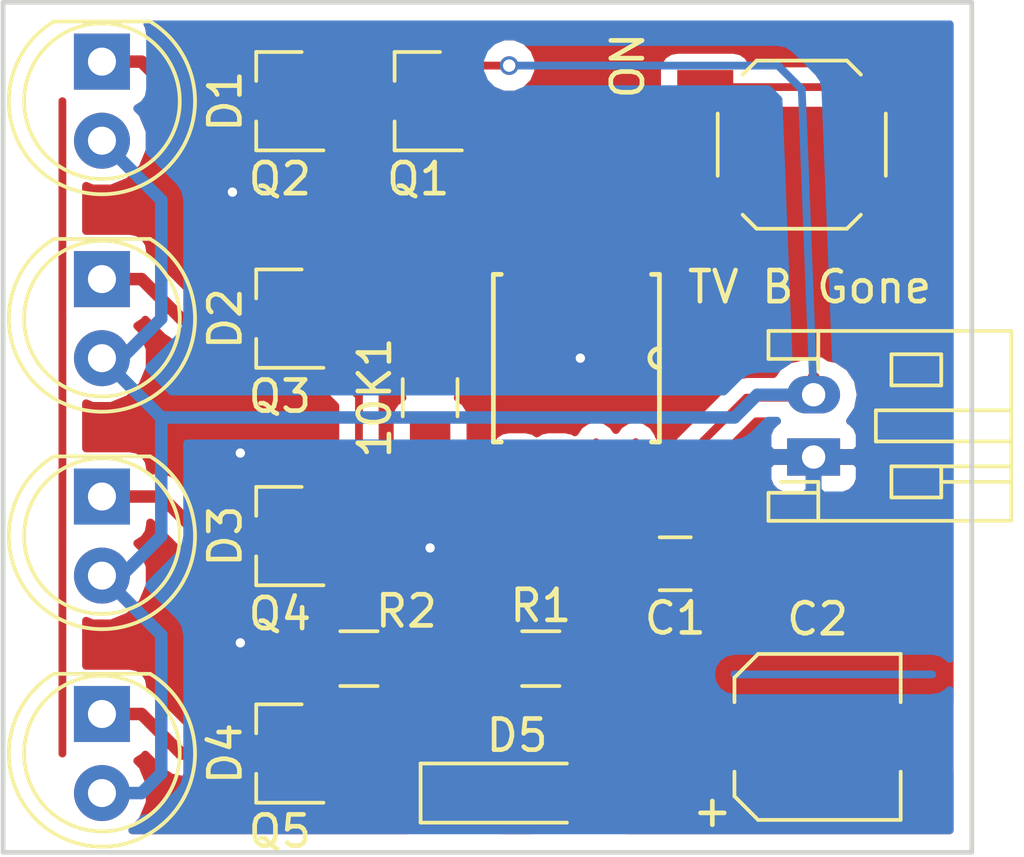
<source format=kicad_pcb>
(kicad_pcb (version 4) (host pcbnew 4.0.7)

  (general
    (links 42)
    (no_connects 0)
    (area 129.464999 85.014999 160.730001 112.470001)
    (thickness 1.6)
    (drawings 6)
    (tracks 93)
    (zones 0)
    (modules 24)
    (nets 16)
  )

  (page A4)
  (layers
    (0 F.Cu signal)
    (31 B.Cu signal)
    (32 B.Adhes user)
    (33 F.Adhes user)
    (34 B.Paste user)
    (35 F.Paste user)
    (36 B.SilkS user)
    (37 F.SilkS user)
    (38 B.Mask user)
    (39 F.Mask user)
    (40 Dwgs.User user)
    (41 Cmts.User user)
    (42 Eco1.User user)
    (43 Eco2.User user)
    (44 Edge.Cuts user)
    (45 Margin user)
    (46 B.CrtYd user)
    (47 F.CrtYd user)
    (48 B.Fab user)
    (49 F.Fab user)
  )

  (setup
    (last_trace_width 0.25)
    (user_trace_width 0.4)
    (trace_clearance 0.2)
    (zone_clearance 0.508)
    (zone_45_only no)
    (trace_min 0.2)
    (segment_width 0.2)
    (edge_width 0.15)
    (via_size 0.6)
    (via_drill 0.4)
    (via_min_size 0.4)
    (via_min_drill 0.3)
    (uvia_size 0.3)
    (uvia_drill 0.1)
    (uvias_allowed no)
    (uvia_min_size 0.2)
    (uvia_min_drill 0.1)
    (pcb_text_width 0.3)
    (pcb_text_size 1.5 1.5)
    (mod_edge_width 0.15)
    (mod_text_size 1 1)
    (mod_text_width 0.15)
    (pad_size 0.6 0.6)
    (pad_drill 0.3)
    (pad_to_mask_clearance 0.2)
    (aux_axis_origin 0 0)
    (visible_elements FFFFFF7F)
    (pcbplotparams
      (layerselection 0x00030_80000001)
      (usegerberextensions false)
      (excludeedgelayer true)
      (linewidth 0.100000)
      (plotframeref false)
      (viasonmask false)
      (mode 1)
      (useauxorigin false)
      (hpglpennumber 1)
      (hpglpenspeed 20)
      (hpglpendiameter 15)
      (hpglpenoverlay 2)
      (psnegative false)
      (psa4output false)
      (plotreference true)
      (plotvalue true)
      (plotinvisibletext false)
      (padsonsilk false)
      (subtractmaskfromsilk false)
      (outputformat 1)
      (mirror false)
      (drillshape 1)
      (scaleselection 1)
      (outputdirectory ""))
  )

  (net 0 "")
  (net 1 "Net-(10K1-Pad1)")
  (net 2 "Net-(10K1-Pad2)")
  (net 3 GND)
  (net 4 +BATT)
  (net 5 "Net-(D1-Pad1)")
  (net 6 "Net-(D2-Pad1)")
  (net 7 "Net-(D3-Pad1)")
  (net 8 "Net-(D4-Pad1)")
  (net 9 "Net-(D5-Pad2)")
  (net 10 "Net-(R1-Pad1)")
  (net 11 "Net-(SW1-Pad1)")
  (net 12 "Net-(U1-Pad2)")
  (net 13 "Net-(U1-Pad3)")
  (net 14 "Net-(U1-Pad6)")
  (net 15 "Net-(10K2-Pad2)")

  (net_class Default "Dies ist die voreingestellte Netzklasse."
    (clearance 0.2)
    (trace_width 0.25)
    (via_dia 0.6)
    (via_drill 0.4)
    (uvia_dia 0.3)
    (uvia_drill 0.1)
    (add_net +BATT)
    (add_net GND)
    (add_net "Net-(10K1-Pad1)")
    (add_net "Net-(10K1-Pad2)")
    (add_net "Net-(10K2-Pad2)")
    (add_net "Net-(D1-Pad1)")
    (add_net "Net-(D2-Pad1)")
    (add_net "Net-(D3-Pad1)")
    (add_net "Net-(D4-Pad1)")
    (add_net "Net-(D5-Pad2)")
    (add_net "Net-(R1-Pad1)")
    (add_net "Net-(SW1-Pad1)")
    (add_net "Net-(U1-Pad2)")
    (add_net "Net-(U1-Pad3)")
    (add_net "Net-(U1-Pad6)")
  )

  (net_class Netz-1 ""
    (clearance 0.2)
    (trace_width 0.5)
    (via_dia 0.6)
    (via_drill 0.4)
    (uvia_dia 0.3)
    (uvia_drill 0.1)
  )

  (module Wire_Connections_Bridges:VIA-0.6mm (layer F.Cu) (tedit 5A2D6D53) (tstamp 5A3018EA)
    (at 148.082 96.52)
    (fp_text reference REF** (at 0 1.8) (layer F.SilkS) hide
      (effects (font (size 1 1) (thickness 0.15)))
    )
    (fp_text value VIA-0.6mm (at 0.1 -1.7) (layer F.Fab) hide
      (effects (font (size 1 1) (thickness 0.15)))
    )
    (pad 1 thru_hole circle (at 0 0) (size 0.6 0.6) (drill 0.3) (layers *.Cu)
      (net 3 GND) (zone_connect 2))
  )

  (module Wire_Connections_Bridges:VIA-0.6mm (layer F.Cu) (tedit 5A2D6D53) (tstamp 5A6B9E3A)
    (at 136.906 91.186)
    (fp_text reference REF** (at 0 1.8) (layer F.SilkS) hide
      (effects (font (size 1 1) (thickness 0.15)))
    )
    (fp_text value VIA-0.6mm (at 0.1 -1.7) (layer F.Fab) hide
      (effects (font (size 1 1) (thickness 0.15)))
    )
    (pad 1 thru_hole circle (at 0 0) (size 0.6 0.6) (drill 0.3) (layers *.Cu)
      (net 3 GND) (zone_connect 2))
  )

  (module Wire_Connections_Bridges:VIA-0.6mm (layer F.Cu) (tedit 5A2D6D53) (tstamp 5A6B9E36)
    (at 137.16 99.568)
    (fp_text reference REF** (at 0 1.8) (layer F.SilkS) hide
      (effects (font (size 1 1) (thickness 0.15)))
    )
    (fp_text value VIA-0.6mm (at 0.1 -1.7) (layer F.Fab) hide
      (effects (font (size 1 1) (thickness 0.15)))
    )
    (pad 1 thru_hole circle (at 0 0) (size 0.6 0.6) (drill 0.3) (layers *.Cu)
      (net 3 GND) (zone_connect 2))
  )

  (module Wire_Connections_Bridges:VIA-0.6mm (layer F.Cu) (tedit 5A2D6D53) (tstamp 5A6B9E32)
    (at 137.16 105.664)
    (fp_text reference REF** (at 0 1.8) (layer F.SilkS) hide
      (effects (font (size 1 1) (thickness 0.15)))
    )
    (fp_text value VIA-0.6mm (at 0.1 -1.7) (layer F.Fab) hide
      (effects (font (size 1 1) (thickness 0.15)))
    )
    (pad 1 thru_hole circle (at 0 0) (size 0.6 0.6) (drill 0.3) (layers *.Cu)
      (net 3 GND) (zone_connect 2))
  )

  (module Resistors_SMD:R_0805_HandSoldering (layer F.Cu) (tedit 5A2D6E7C) (tstamp 5A2D4BDE)
    (at 143.256 97.79 270)
    (descr "Resistor SMD 0805, hand soldering")
    (tags "resistor 0805")
    (path /5A2D26C7)
    (attr smd)
    (fp_text reference 10K1 (at 0 1.778 270) (layer F.SilkS)
      (effects (font (size 1 1) (thickness 0.15)))
    )
    (fp_text value R (at 0 1.75 270) (layer F.Fab) hide
      (effects (font (size 1 1) (thickness 0.15)))
    )
    (fp_text user %R (at 0 0 270) (layer F.Fab)
      (effects (font (size 0.5 0.5) (thickness 0.075)))
    )
    (fp_line (start -1 0.62) (end -1 -0.62) (layer F.Fab) (width 0.1))
    (fp_line (start 1 0.62) (end -1 0.62) (layer F.Fab) (width 0.1))
    (fp_line (start 1 -0.62) (end 1 0.62) (layer F.Fab) (width 0.1))
    (fp_line (start -1 -0.62) (end 1 -0.62) (layer F.Fab) (width 0.1))
    (fp_line (start 0.6 0.88) (end -0.6 0.88) (layer F.SilkS) (width 0.12))
    (fp_line (start -0.6 -0.88) (end 0.6 -0.88) (layer F.SilkS) (width 0.12))
    (fp_line (start -2.35 -0.9) (end 2.35 -0.9) (layer F.CrtYd) (width 0.05))
    (fp_line (start -2.35 -0.9) (end -2.35 0.9) (layer F.CrtYd) (width 0.05))
    (fp_line (start 2.35 0.9) (end 2.35 -0.9) (layer F.CrtYd) (width 0.05))
    (fp_line (start 2.35 0.9) (end -2.35 0.9) (layer F.CrtYd) (width 0.05))
    (pad 1 smd rect (at -1.35 0 270) (size 1.5 1.3) (layers F.Cu F.Paste F.Mask)
      (net 1 "Net-(10K1-Pad1)"))
    (pad 2 smd rect (at 1.35 0 270) (size 1.5 1.3) (layers F.Cu F.Paste F.Mask)
      (net 2 "Net-(10K1-Pad2)"))
    (model ${KISYS3DMOD}/Resistors_SMD.3dshapes/R_0805.wrl
      (at (xyz 0 0 0))
      (scale (xyz 1 1 1))
      (rotate (xyz 0 0 0))
    )
  )

  (module Capacitors_SMD:C_0805_HandSoldering (layer F.Cu) (tedit 5A2D6DCF) (tstamp 5A2D4BE4)
    (at 151.13 103.124 180)
    (descr "Capacitor SMD 0805, hand soldering")
    (tags "capacitor 0805")
    (path /5A2D1CD5)
    (attr smd)
    (fp_text reference C1 (at 0 -1.75 180) (layer F.SilkS)
      (effects (font (size 1 1) (thickness 0.15)))
    )
    (fp_text value C (at 0 1.75 180) (layer F.Fab) hide
      (effects (font (size 1 1) (thickness 0.15)))
    )
    (fp_text user %R (at 0 -1.75 180) (layer F.Fab)
      (effects (font (size 1 1) (thickness 0.15)))
    )
    (fp_line (start -1 0.62) (end -1 -0.62) (layer F.Fab) (width 0.1))
    (fp_line (start 1 0.62) (end -1 0.62) (layer F.Fab) (width 0.1))
    (fp_line (start 1 -0.62) (end 1 0.62) (layer F.Fab) (width 0.1))
    (fp_line (start -1 -0.62) (end 1 -0.62) (layer F.Fab) (width 0.1))
    (fp_line (start 0.5 -0.85) (end -0.5 -0.85) (layer F.SilkS) (width 0.12))
    (fp_line (start -0.5 0.85) (end 0.5 0.85) (layer F.SilkS) (width 0.12))
    (fp_line (start -2.25 -0.88) (end 2.25 -0.88) (layer F.CrtYd) (width 0.05))
    (fp_line (start -2.25 -0.88) (end -2.25 0.87) (layer F.CrtYd) (width 0.05))
    (fp_line (start 2.25 0.87) (end 2.25 -0.88) (layer F.CrtYd) (width 0.05))
    (fp_line (start 2.25 0.87) (end -2.25 0.87) (layer F.CrtYd) (width 0.05))
    (pad 1 smd rect (at -1.25 0 180) (size 1.5 1.25) (layers F.Cu F.Paste F.Mask)
      (net 3 GND))
    (pad 2 smd rect (at 1.25 0 180) (size 1.5 1.25) (layers F.Cu F.Paste F.Mask)
      (net 4 +BATT))
    (model Capacitors_SMD.3dshapes/C_0805.wrl
      (at (xyz 0 0 0))
      (scale (xyz 1 1 1))
      (rotate (xyz 0 0 0))
    )
  )

  (module LEDs:LED_D5.0mm (layer F.Cu) (tedit 5A2D6E33) (tstamp 5A2D4BEA)
    (at 132.715 86.995 270)
    (descr "LED, diameter 5.0mm, 2 pins, http://cdn-reichelt.de/documents/datenblatt/A500/LL-504BC2E-009.pdf")
    (tags "LED diameter 5.0mm 2 pins")
    (path /5A2D2587)
    (fp_text reference D1 (at 1.27 -3.96 270) (layer F.SilkS)
      (effects (font (size 1 1) (thickness 0.15)))
    )
    (fp_text value LD271 (at 1.27 3.96 270) (layer F.Fab) hide
      (effects (font (size 1 1) (thickness 0.15)))
    )
    (fp_arc (start 1.27 0) (end -1.23 -1.469694) (angle 299.1) (layer F.Fab) (width 0.1))
    (fp_arc (start 1.27 0) (end -1.29 -1.54483) (angle 148.9) (layer F.SilkS) (width 0.12))
    (fp_arc (start 1.27 0) (end -1.29 1.54483) (angle -148.9) (layer F.SilkS) (width 0.12))
    (fp_circle (center 1.27 0) (end 3.77 0) (layer F.Fab) (width 0.1))
    (fp_circle (center 1.27 0) (end 3.77 0) (layer F.SilkS) (width 0.12))
    (fp_line (start -1.23 -1.469694) (end -1.23 1.469694) (layer F.Fab) (width 0.1))
    (fp_line (start -1.29 -1.545) (end -1.29 1.545) (layer F.SilkS) (width 0.12))
    (fp_line (start -1.95 -3.25) (end -1.95 3.25) (layer F.CrtYd) (width 0.05))
    (fp_line (start -1.95 3.25) (end 4.5 3.25) (layer F.CrtYd) (width 0.05))
    (fp_line (start 4.5 3.25) (end 4.5 -3.25) (layer F.CrtYd) (width 0.05))
    (fp_line (start 4.5 -3.25) (end -1.95 -3.25) (layer F.CrtYd) (width 0.05))
    (fp_text user %R (at 1.25 0 270) (layer F.Fab)
      (effects (font (size 0.8 0.8) (thickness 0.2)))
    )
    (pad 1 thru_hole rect (at 0 0 270) (size 1.8 1.8) (drill 0.9) (layers *.Cu *.Mask)
      (net 5 "Net-(D1-Pad1)"))
    (pad 2 thru_hole circle (at 2.54 0 270) (size 1.8 1.8) (drill 0.9) (layers *.Cu *.Mask)
      (net 4 +BATT))
    (model ${KISYS3DMOD}/LEDs.3dshapes/LED_D5.0mm.wrl
      (at (xyz 0 0 0))
      (scale (xyz 0.393701 0.393701 0.393701))
      (rotate (xyz 0 0 0))
    )
  )

  (module LEDs:LED_D5.0mm (layer F.Cu) (tedit 5A2D6E2C) (tstamp 5A2D4BF0)
    (at 132.715 93.98 270)
    (descr "LED, diameter 5.0mm, 2 pins, http://cdn-reichelt.de/documents/datenblatt/A500/LL-504BC2E-009.pdf")
    (tags "LED diameter 5.0mm 2 pins")
    (path /5A2D25A2)
    (fp_text reference D2 (at 1.27 -3.96 270) (layer F.SilkS)
      (effects (font (size 1 1) (thickness 0.15)))
    )
    (fp_text value LD271 (at 1.27 3.96 270) (layer F.Fab) hide
      (effects (font (size 1 1) (thickness 0.15)))
    )
    (fp_arc (start 1.27 0) (end -1.23 -1.469694) (angle 299.1) (layer F.Fab) (width 0.1))
    (fp_arc (start 1.27 0) (end -1.29 -1.54483) (angle 148.9) (layer F.SilkS) (width 0.12))
    (fp_arc (start 1.27 0) (end -1.29 1.54483) (angle -148.9) (layer F.SilkS) (width 0.12))
    (fp_circle (center 1.27 0) (end 3.77 0) (layer F.Fab) (width 0.1))
    (fp_circle (center 1.27 0) (end 3.77 0) (layer F.SilkS) (width 0.12))
    (fp_line (start -1.23 -1.469694) (end -1.23 1.469694) (layer F.Fab) (width 0.1))
    (fp_line (start -1.29 -1.545) (end -1.29 1.545) (layer F.SilkS) (width 0.12))
    (fp_line (start -1.95 -3.25) (end -1.95 3.25) (layer F.CrtYd) (width 0.05))
    (fp_line (start -1.95 3.25) (end 4.5 3.25) (layer F.CrtYd) (width 0.05))
    (fp_line (start 4.5 3.25) (end 4.5 -3.25) (layer F.CrtYd) (width 0.05))
    (fp_line (start 4.5 -3.25) (end -1.95 -3.25) (layer F.CrtYd) (width 0.05))
    (fp_text user %R (at 1.25 0 270) (layer F.Fab)
      (effects (font (size 0.8 0.8) (thickness 0.2)))
    )
    (pad 1 thru_hole rect (at 0 0 270) (size 1.8 1.8) (drill 0.9) (layers *.Cu *.Mask)
      (net 6 "Net-(D2-Pad1)"))
    (pad 2 thru_hole circle (at 2.54 0 270) (size 1.8 1.8) (drill 0.9) (layers *.Cu *.Mask)
      (net 4 +BATT))
    (model ${KISYS3DMOD}/LEDs.3dshapes/LED_D5.0mm.wrl
      (at (xyz 0 0 0))
      (scale (xyz 0.393701 0.393701 0.393701))
      (rotate (xyz 0 0 0))
    )
  )

  (module LEDs:LED_D5.0mm (layer F.Cu) (tedit 5A2D6E28) (tstamp 5A2D4BF6)
    (at 132.715 100.965 270)
    (descr "LED, diameter 5.0mm, 2 pins, http://cdn-reichelt.de/documents/datenblatt/A500/LL-504BC2E-009.pdf")
    (tags "LED diameter 5.0mm 2 pins")
    (path /5A2D218D)
    (fp_text reference D3 (at 1.27 -3.96 270) (layer F.SilkS)
      (effects (font (size 1 1) (thickness 0.15)))
    )
    (fp_text value LD271 (at 1.27 3.96 270) (layer F.Fab) hide
      (effects (font (size 1 1) (thickness 0.15)))
    )
    (fp_arc (start 1.27 0) (end -1.23 -1.469694) (angle 299.1) (layer F.Fab) (width 0.1))
    (fp_arc (start 1.27 0) (end -1.29 -1.54483) (angle 148.9) (layer F.SilkS) (width 0.12))
    (fp_arc (start 1.27 0) (end -1.29 1.54483) (angle -148.9) (layer F.SilkS) (width 0.12))
    (fp_circle (center 1.27 0) (end 3.77 0) (layer F.Fab) (width 0.1))
    (fp_circle (center 1.27 0) (end 3.77 0) (layer F.SilkS) (width 0.12))
    (fp_line (start -1.23 -1.469694) (end -1.23 1.469694) (layer F.Fab) (width 0.1))
    (fp_line (start -1.29 -1.545) (end -1.29 1.545) (layer F.SilkS) (width 0.12))
    (fp_line (start -1.95 -3.25) (end -1.95 3.25) (layer F.CrtYd) (width 0.05))
    (fp_line (start -1.95 3.25) (end 4.5 3.25) (layer F.CrtYd) (width 0.05))
    (fp_line (start 4.5 3.25) (end 4.5 -3.25) (layer F.CrtYd) (width 0.05))
    (fp_line (start 4.5 -3.25) (end -1.95 -3.25) (layer F.CrtYd) (width 0.05))
    (fp_text user %R (at 1.25 0 270) (layer F.Fab)
      (effects (font (size 0.8 0.8) (thickness 0.2)))
    )
    (pad 1 thru_hole rect (at 0 0 270) (size 1.8 1.8) (drill 0.9) (layers *.Cu *.Mask)
      (net 7 "Net-(D3-Pad1)"))
    (pad 2 thru_hole circle (at 2.54 0 270) (size 1.8 1.8) (drill 0.9) (layers *.Cu *.Mask)
      (net 4 +BATT))
    (model ${KISYS3DMOD}/LEDs.3dshapes/LED_D5.0mm.wrl
      (at (xyz 0 0 0))
      (scale (xyz 0.393701 0.393701 0.393701))
      (rotate (xyz 0 0 0))
    )
  )

  (module LEDs:LED_D5.0mm (layer F.Cu) (tedit 5A2D6E25) (tstamp 5A2D4BFC)
    (at 132.715 107.95 270)
    (descr "LED, diameter 5.0mm, 2 pins, http://cdn-reichelt.de/documents/datenblatt/A500/LL-504BC2E-009.pdf")
    (tags "LED diameter 5.0mm 2 pins")
    (path /5A2D23DC)
    (fp_text reference D4 (at 1.27 -3.96 270) (layer F.SilkS)
      (effects (font (size 1 1) (thickness 0.15)))
    )
    (fp_text value LD271 (at 1.27 3.96 270) (layer F.Fab) hide
      (effects (font (size 1 1) (thickness 0.15)))
    )
    (fp_arc (start 1.27 0) (end -1.23 -1.469694) (angle 299.1) (layer F.Fab) (width 0.1))
    (fp_arc (start 1.27 0) (end -1.29 -1.54483) (angle 148.9) (layer F.SilkS) (width 0.12))
    (fp_arc (start 1.27 0) (end -1.29 1.54483) (angle -148.9) (layer F.SilkS) (width 0.12))
    (fp_circle (center 1.27 0) (end 3.77 0) (layer F.Fab) (width 0.1))
    (fp_circle (center 1.27 0) (end 3.77 0) (layer F.SilkS) (width 0.12))
    (fp_line (start -1.23 -1.469694) (end -1.23 1.469694) (layer F.Fab) (width 0.1))
    (fp_line (start -1.29 -1.545) (end -1.29 1.545) (layer F.SilkS) (width 0.12))
    (fp_line (start -1.95 -3.25) (end -1.95 3.25) (layer F.CrtYd) (width 0.05))
    (fp_line (start -1.95 3.25) (end 4.5 3.25) (layer F.CrtYd) (width 0.05))
    (fp_line (start 4.5 3.25) (end 4.5 -3.25) (layer F.CrtYd) (width 0.05))
    (fp_line (start 4.5 -3.25) (end -1.95 -3.25) (layer F.CrtYd) (width 0.05))
    (fp_text user %R (at 1.25 0 270) (layer F.Fab)
      (effects (font (size 0.8 0.8) (thickness 0.2)))
    )
    (pad 1 thru_hole rect (at 0 0 270) (size 1.8 1.8) (drill 0.9) (layers *.Cu *.Mask)
      (net 8 "Net-(D4-Pad1)"))
    (pad 2 thru_hole circle (at 2.54 0 270) (size 1.8 1.8) (drill 0.9) (layers *.Cu *.Mask)
      (net 4 +BATT))
    (model ${KISYS3DMOD}/LEDs.3dshapes/LED_D5.0mm.wrl
      (at (xyz 0 0 0))
      (scale (xyz 0.393701 0.393701 0.393701))
      (rotate (xyz 0 0 0))
    )
  )

  (module LEDs:LED_1206_HandSoldering (layer F.Cu) (tedit 5A2D6E22) (tstamp 5A2D4C02)
    (at 146.05 110.49)
    (descr "LED SMD 1206, hand soldering")
    (tags "LED 1206")
    (path /5A2D2046)
    (attr smd)
    (fp_text reference D5 (at 0 -1.85) (layer F.SilkS)
      (effects (font (size 1 1) (thickness 0.15)))
    )
    (fp_text value LED (at 0 1.9) (layer F.Fab) hide
      (effects (font (size 1 1) (thickness 0.15)))
    )
    (fp_line (start -3.1 -0.95) (end -3.1 0.95) (layer F.SilkS) (width 0.12))
    (fp_line (start -0.4 0) (end 0.2 -0.4) (layer F.Fab) (width 0.1))
    (fp_line (start 0.2 -0.4) (end 0.2 0.4) (layer F.Fab) (width 0.1))
    (fp_line (start 0.2 0.4) (end -0.4 0) (layer F.Fab) (width 0.1))
    (fp_line (start -0.45 -0.4) (end -0.45 0.4) (layer F.Fab) (width 0.1))
    (fp_line (start -1.6 0.8) (end -1.6 -0.8) (layer F.Fab) (width 0.1))
    (fp_line (start 1.6 0.8) (end -1.6 0.8) (layer F.Fab) (width 0.1))
    (fp_line (start 1.6 -0.8) (end 1.6 0.8) (layer F.Fab) (width 0.1))
    (fp_line (start -1.6 -0.8) (end 1.6 -0.8) (layer F.Fab) (width 0.1))
    (fp_line (start -3.1 0.95) (end 1.6 0.95) (layer F.SilkS) (width 0.12))
    (fp_line (start -3.1 -0.95) (end 1.6 -0.95) (layer F.SilkS) (width 0.12))
    (fp_line (start -3.25 -1.11) (end 3.25 -1.11) (layer F.CrtYd) (width 0.05))
    (fp_line (start -3.25 -1.11) (end -3.25 1.1) (layer F.CrtYd) (width 0.05))
    (fp_line (start 3.25 1.1) (end 3.25 -1.11) (layer F.CrtYd) (width 0.05))
    (fp_line (start 3.25 1.1) (end -3.25 1.1) (layer F.CrtYd) (width 0.05))
    (pad 1 smd rect (at -2 0) (size 2 1.7) (layers F.Cu F.Paste F.Mask)
      (net 3 GND))
    (pad 2 smd rect (at 2 0) (size 2 1.7) (layers F.Cu F.Paste F.Mask)
      (net 9 "Net-(D5-Pad2)"))
    (model ${KISYS3DMOD}/LEDs.3dshapes/LED_1206.wrl
      (at (xyz 0 0 0))
      (scale (xyz 1 1 1))
      (rotate (xyz 0 0 180))
    )
  )

  (module TO_SOT_Packages_SMD:SOT-23 (layer F.Cu) (tedit 5A2D6E62) (tstamp 5A2D4C0F)
    (at 142.875 88.265 180)
    (descr "SOT-23, Standard")
    (tags SOT-23)
    (path /5A2D470B)
    (attr smd)
    (fp_text reference Q1 (at 0 -2.5 180) (layer F.SilkS)
      (effects (font (size 1 1) (thickness 0.15)))
    )
    (fp_text value MMBT3906 (at 0 2.5 180) (layer F.Fab) hide
      (effects (font (size 1 1) (thickness 0.15)))
    )
    (fp_text user %R (at 0 0 270) (layer F.Fab)
      (effects (font (size 0.5 0.5) (thickness 0.075)))
    )
    (fp_line (start -0.7 -0.95) (end -0.7 1.5) (layer F.Fab) (width 0.1))
    (fp_line (start -0.15 -1.52) (end 0.7 -1.52) (layer F.Fab) (width 0.1))
    (fp_line (start -0.7 -0.95) (end -0.15 -1.52) (layer F.Fab) (width 0.1))
    (fp_line (start 0.7 -1.52) (end 0.7 1.52) (layer F.Fab) (width 0.1))
    (fp_line (start -0.7 1.52) (end 0.7 1.52) (layer F.Fab) (width 0.1))
    (fp_line (start 0.76 1.58) (end 0.76 0.65) (layer F.SilkS) (width 0.12))
    (fp_line (start 0.76 -1.58) (end 0.76 -0.65) (layer F.SilkS) (width 0.12))
    (fp_line (start -1.7 -1.75) (end 1.7 -1.75) (layer F.CrtYd) (width 0.05))
    (fp_line (start 1.7 -1.75) (end 1.7 1.75) (layer F.CrtYd) (width 0.05))
    (fp_line (start 1.7 1.75) (end -1.7 1.75) (layer F.CrtYd) (width 0.05))
    (fp_line (start -1.7 1.75) (end -1.7 -1.75) (layer F.CrtYd) (width 0.05))
    (fp_line (start 0.76 -1.58) (end -1.4 -1.58) (layer F.SilkS) (width 0.12))
    (fp_line (start 0.76 1.58) (end -0.7 1.58) (layer F.SilkS) (width 0.12))
    (pad 1 smd rect (at -1 -0.95 180) (size 0.9 0.8) (layers F.Cu F.Paste F.Mask)
      (net 1 "Net-(10K1-Pad1)"))
    (pad 2 smd rect (at -1 0.95 180) (size 0.9 0.8) (layers F.Cu F.Paste F.Mask)
      (net 4 +BATT))
    (pad 3 smd rect (at 1 0 180) (size 0.9 0.8) (layers F.Cu F.Paste F.Mask)
      (net 15 "Net-(10K2-Pad2)"))
    (model ${KISYS3DMOD}/TO_SOT_Packages_SMD.3dshapes/SOT-23.wrl
      (at (xyz 0 0 0))
      (scale (xyz 1 1 1))
      (rotate (xyz 0 0 0))
    )
  )

  (module TO_SOT_Packages_SMD:SOT-23 (layer F.Cu) (tedit 5A2D6E66) (tstamp 5A2D4C16)
    (at 138.43 88.265 180)
    (descr "SOT-23, Standard")
    (tags SOT-23)
    (path /5A2D46AB)
    (attr smd)
    (fp_text reference Q2 (at 0 -2.5 180) (layer F.SilkS)
      (effects (font (size 1 1) (thickness 0.15)))
    )
    (fp_text value MMBT3904 (at 0 2.5 180) (layer F.Fab) hide
      (effects (font (size 1 1) (thickness 0.15)))
    )
    (fp_text user %R (at 0 0 270) (layer F.Fab)
      (effects (font (size 0.5 0.5) (thickness 0.075)))
    )
    (fp_line (start -0.7 -0.95) (end -0.7 1.5) (layer F.Fab) (width 0.1))
    (fp_line (start -0.15 -1.52) (end 0.7 -1.52) (layer F.Fab) (width 0.1))
    (fp_line (start -0.7 -0.95) (end -0.15 -1.52) (layer F.Fab) (width 0.1))
    (fp_line (start 0.7 -1.52) (end 0.7 1.52) (layer F.Fab) (width 0.1))
    (fp_line (start -0.7 1.52) (end 0.7 1.52) (layer F.Fab) (width 0.1))
    (fp_line (start 0.76 1.58) (end 0.76 0.65) (layer F.SilkS) (width 0.12))
    (fp_line (start 0.76 -1.58) (end 0.76 -0.65) (layer F.SilkS) (width 0.12))
    (fp_line (start -1.7 -1.75) (end 1.7 -1.75) (layer F.CrtYd) (width 0.05))
    (fp_line (start 1.7 -1.75) (end 1.7 1.75) (layer F.CrtYd) (width 0.05))
    (fp_line (start 1.7 1.75) (end -1.7 1.75) (layer F.CrtYd) (width 0.05))
    (fp_line (start -1.7 1.75) (end -1.7 -1.75) (layer F.CrtYd) (width 0.05))
    (fp_line (start 0.76 -1.58) (end -1.4 -1.58) (layer F.SilkS) (width 0.12))
    (fp_line (start 0.76 1.58) (end -0.7 1.58) (layer F.SilkS) (width 0.12))
    (pad 1 smd rect (at -1 -0.95 180) (size 0.9 0.8) (layers F.Cu F.Paste F.Mask)
      (net 15 "Net-(10K2-Pad2)"))
    (pad 2 smd rect (at -1 0.95 180) (size 0.9 0.8) (layers F.Cu F.Paste F.Mask)
      (net 3 GND))
    (pad 3 smd rect (at 1 0 180) (size 0.9 0.8) (layers F.Cu F.Paste F.Mask)
      (net 5 "Net-(D1-Pad1)"))
    (model ${KISYS3DMOD}/TO_SOT_Packages_SMD.3dshapes/SOT-23.wrl
      (at (xyz 0 0 0))
      (scale (xyz 1 1 1))
      (rotate (xyz 0 0 0))
    )
  )

  (module TO_SOT_Packages_SMD:SOT-23 (layer F.Cu) (tedit 5A2D6E6A) (tstamp 5A2D4C1D)
    (at 138.43 95.25 180)
    (descr "SOT-23, Standard")
    (tags SOT-23)
    (path /5A2D464C)
    (attr smd)
    (fp_text reference Q3 (at 0 -2.5 180) (layer F.SilkS)
      (effects (font (size 1 1) (thickness 0.15)))
    )
    (fp_text value MMBT3904 (at 0 2.5 180) (layer F.Fab) hide
      (effects (font (size 1 1) (thickness 0.15)))
    )
    (fp_text user %R (at 0 0 270) (layer F.Fab)
      (effects (font (size 0.5 0.5) (thickness 0.075)))
    )
    (fp_line (start -0.7 -0.95) (end -0.7 1.5) (layer F.Fab) (width 0.1))
    (fp_line (start -0.15 -1.52) (end 0.7 -1.52) (layer F.Fab) (width 0.1))
    (fp_line (start -0.7 -0.95) (end -0.15 -1.52) (layer F.Fab) (width 0.1))
    (fp_line (start 0.7 -1.52) (end 0.7 1.52) (layer F.Fab) (width 0.1))
    (fp_line (start -0.7 1.52) (end 0.7 1.52) (layer F.Fab) (width 0.1))
    (fp_line (start 0.76 1.58) (end 0.76 0.65) (layer F.SilkS) (width 0.12))
    (fp_line (start 0.76 -1.58) (end 0.76 -0.65) (layer F.SilkS) (width 0.12))
    (fp_line (start -1.7 -1.75) (end 1.7 -1.75) (layer F.CrtYd) (width 0.05))
    (fp_line (start 1.7 -1.75) (end 1.7 1.75) (layer F.CrtYd) (width 0.05))
    (fp_line (start 1.7 1.75) (end -1.7 1.75) (layer F.CrtYd) (width 0.05))
    (fp_line (start -1.7 1.75) (end -1.7 -1.75) (layer F.CrtYd) (width 0.05))
    (fp_line (start 0.76 -1.58) (end -1.4 -1.58) (layer F.SilkS) (width 0.12))
    (fp_line (start 0.76 1.58) (end -0.7 1.58) (layer F.SilkS) (width 0.12))
    (pad 1 smd rect (at -1 -0.95 180) (size 0.9 0.8) (layers F.Cu F.Paste F.Mask)
      (net 15 "Net-(10K2-Pad2)"))
    (pad 2 smd rect (at -1 0.95 180) (size 0.9 0.8) (layers F.Cu F.Paste F.Mask)
      (net 3 GND))
    (pad 3 smd rect (at 1 0 180) (size 0.9 0.8) (layers F.Cu F.Paste F.Mask)
      (net 6 "Net-(D2-Pad1)"))
    (model ${KISYS3DMOD}/TO_SOT_Packages_SMD.3dshapes/SOT-23.wrl
      (at (xyz 0 0 0))
      (scale (xyz 1 1 1))
      (rotate (xyz 0 0 0))
    )
  )

  (module TO_SOT_Packages_SMD:SOT-23 (layer F.Cu) (tedit 5A2D6E6F) (tstamp 5A2D4C24)
    (at 138.43 102.235 180)
    (descr "SOT-23, Standard")
    (tags SOT-23)
    (path /5A2D4608)
    (attr smd)
    (fp_text reference Q4 (at 0 -2.5 180) (layer F.SilkS)
      (effects (font (size 1 1) (thickness 0.15)))
    )
    (fp_text value MMBT3904 (at 0 2.5 180) (layer F.Fab) hide
      (effects (font (size 1 1) (thickness 0.15)))
    )
    (fp_text user %R (at 0 0 270) (layer F.Fab)
      (effects (font (size 0.5 0.5) (thickness 0.075)))
    )
    (fp_line (start -0.7 -0.95) (end -0.7 1.5) (layer F.Fab) (width 0.1))
    (fp_line (start -0.15 -1.52) (end 0.7 -1.52) (layer F.Fab) (width 0.1))
    (fp_line (start -0.7 -0.95) (end -0.15 -1.52) (layer F.Fab) (width 0.1))
    (fp_line (start 0.7 -1.52) (end 0.7 1.52) (layer F.Fab) (width 0.1))
    (fp_line (start -0.7 1.52) (end 0.7 1.52) (layer F.Fab) (width 0.1))
    (fp_line (start 0.76 1.58) (end 0.76 0.65) (layer F.SilkS) (width 0.12))
    (fp_line (start 0.76 -1.58) (end 0.76 -0.65) (layer F.SilkS) (width 0.12))
    (fp_line (start -1.7 -1.75) (end 1.7 -1.75) (layer F.CrtYd) (width 0.05))
    (fp_line (start 1.7 -1.75) (end 1.7 1.75) (layer F.CrtYd) (width 0.05))
    (fp_line (start 1.7 1.75) (end -1.7 1.75) (layer F.CrtYd) (width 0.05))
    (fp_line (start -1.7 1.75) (end -1.7 -1.75) (layer F.CrtYd) (width 0.05))
    (fp_line (start 0.76 -1.58) (end -1.4 -1.58) (layer F.SilkS) (width 0.12))
    (fp_line (start 0.76 1.58) (end -0.7 1.58) (layer F.SilkS) (width 0.12))
    (pad 1 smd rect (at -1 -0.95 180) (size 0.9 0.8) (layers F.Cu F.Paste F.Mask)
      (net 15 "Net-(10K2-Pad2)"))
    (pad 2 smd rect (at -1 0.95 180) (size 0.9 0.8) (layers F.Cu F.Paste F.Mask)
      (net 3 GND))
    (pad 3 smd rect (at 1 0 180) (size 0.9 0.8) (layers F.Cu F.Paste F.Mask)
      (net 7 "Net-(D3-Pad1)"))
    (model ${KISYS3DMOD}/TO_SOT_Packages_SMD.3dshapes/SOT-23.wrl
      (at (xyz 0 0 0))
      (scale (xyz 1 1 1))
      (rotate (xyz 0 0 0))
    )
  )

  (module TO_SOT_Packages_SMD:SOT-23 (layer F.Cu) (tedit 5A2D6E10) (tstamp 5A2D4C2B)
    (at 138.43 109.22 180)
    (descr "SOT-23, Standard")
    (tags SOT-23)
    (path /5A2D455C)
    (attr smd)
    (fp_text reference Q5 (at 0 -2.5 180) (layer F.SilkS)
      (effects (font (size 1 1) (thickness 0.15)))
    )
    (fp_text value MMBT3904 (at 0 2.5 180) (layer F.Fab) hide
      (effects (font (size 1 1) (thickness 0.15)))
    )
    (fp_text user %R (at 0 0 270) (layer F.Fab)
      (effects (font (size 0.5 0.5) (thickness 0.075)))
    )
    (fp_line (start -0.7 -0.95) (end -0.7 1.5) (layer F.Fab) (width 0.1))
    (fp_line (start -0.15 -1.52) (end 0.7 -1.52) (layer F.Fab) (width 0.1))
    (fp_line (start -0.7 -0.95) (end -0.15 -1.52) (layer F.Fab) (width 0.1))
    (fp_line (start 0.7 -1.52) (end 0.7 1.52) (layer F.Fab) (width 0.1))
    (fp_line (start -0.7 1.52) (end 0.7 1.52) (layer F.Fab) (width 0.1))
    (fp_line (start 0.76 1.58) (end 0.76 0.65) (layer F.SilkS) (width 0.12))
    (fp_line (start 0.76 -1.58) (end 0.76 -0.65) (layer F.SilkS) (width 0.12))
    (fp_line (start -1.7 -1.75) (end 1.7 -1.75) (layer F.CrtYd) (width 0.05))
    (fp_line (start 1.7 -1.75) (end 1.7 1.75) (layer F.CrtYd) (width 0.05))
    (fp_line (start 1.7 1.75) (end -1.7 1.75) (layer F.CrtYd) (width 0.05))
    (fp_line (start -1.7 1.75) (end -1.7 -1.75) (layer F.CrtYd) (width 0.05))
    (fp_line (start 0.76 -1.58) (end -1.4 -1.58) (layer F.SilkS) (width 0.12))
    (fp_line (start 0.76 1.58) (end -0.7 1.58) (layer F.SilkS) (width 0.12))
    (pad 1 smd rect (at -1 -0.95 180) (size 0.9 0.8) (layers F.Cu F.Paste F.Mask)
      (net 15 "Net-(10K2-Pad2)"))
    (pad 2 smd rect (at -1 0.95 180) (size 0.9 0.8) (layers F.Cu F.Paste F.Mask)
      (net 3 GND))
    (pad 3 smd rect (at 1 0 180) (size 0.9 0.8) (layers F.Cu F.Paste F.Mask)
      (net 8 "Net-(D4-Pad1)"))
    (model ${KISYS3DMOD}/TO_SOT_Packages_SMD.3dshapes/SOT-23.wrl
      (at (xyz 0 0 0))
      (scale (xyz 1 1 1))
      (rotate (xyz 0 0 0))
    )
  )

  (module Resistors_SMD:R_0805_HandSoldering (layer F.Cu) (tedit 5A2D6E47) (tstamp 5A2D4C31)
    (at 146.812 106.172)
    (descr "Resistor SMD 0805, hand soldering")
    (tags "resistor 0805")
    (path /5A2D2001)
    (attr smd)
    (fp_text reference R1 (at 0 -1.7) (layer F.SilkS)
      (effects (font (size 1 1) (thickness 0.15)))
    )
    (fp_text value 220 (at 0 1.75) (layer F.Fab) hide
      (effects (font (size 1 1) (thickness 0.15)))
    )
    (fp_text user %R (at 0 0) (layer F.Fab)
      (effects (font (size 0.5 0.5) (thickness 0.075)))
    )
    (fp_line (start -1 0.62) (end -1 -0.62) (layer F.Fab) (width 0.1))
    (fp_line (start 1 0.62) (end -1 0.62) (layer F.Fab) (width 0.1))
    (fp_line (start 1 -0.62) (end 1 0.62) (layer F.Fab) (width 0.1))
    (fp_line (start -1 -0.62) (end 1 -0.62) (layer F.Fab) (width 0.1))
    (fp_line (start 0.6 0.88) (end -0.6 0.88) (layer F.SilkS) (width 0.12))
    (fp_line (start -0.6 -0.88) (end 0.6 -0.88) (layer F.SilkS) (width 0.12))
    (fp_line (start -2.35 -0.9) (end 2.35 -0.9) (layer F.CrtYd) (width 0.05))
    (fp_line (start -2.35 -0.9) (end -2.35 0.9) (layer F.CrtYd) (width 0.05))
    (fp_line (start 2.35 0.9) (end 2.35 -0.9) (layer F.CrtYd) (width 0.05))
    (fp_line (start 2.35 0.9) (end -2.35 0.9) (layer F.CrtYd) (width 0.05))
    (pad 1 smd rect (at -1.35 0) (size 1.5 1.3) (layers F.Cu F.Paste F.Mask)
      (net 10 "Net-(R1-Pad1)"))
    (pad 2 smd rect (at 1.35 0) (size 1.5 1.3) (layers F.Cu F.Paste F.Mask)
      (net 9 "Net-(D5-Pad2)"))
    (model ${KISYS3DMOD}/Resistors_SMD.3dshapes/R_0805.wrl
      (at (xyz 0 0 0))
      (scale (xyz 1 1 1))
      (rotate (xyz 0 0 0))
    )
  )

  (module Buttons_Switches_SMD:SW_SPST_SKQG (layer F.Cu) (tedit 5A302077) (tstamp 5A2D4C39)
    (at 155.194 89.662)
    (descr "ALPS 5.2mm Square Low-profile TACT Switch (SMD), http://www.alps.com/prod/info/E/PDF/Tact/SurfaceMount/SKQG/SKQG.PDF")
    (tags "SPST Button Switch")
    (path /5A2D1DDF)
    (attr smd)
    (fp_text reference ON (at -5.588 -2.54 90) (layer F.SilkS)
      (effects (font (size 1 1) (thickness 0.15)))
    )
    (fp_text value SW_Push (at 0 3.7) (layer F.Fab) hide
      (effects (font (size 1 1) (thickness 0.15)))
    )
    (fp_line (start 1.45 -2.6) (end 2.55 -1.5) (layer F.Fab) (width 0.1))
    (fp_line (start 2.55 -1.5) (end 2.55 1.45) (layer F.Fab) (width 0.1))
    (fp_line (start 2.55 1.45) (end 1.4 2.6) (layer F.Fab) (width 0.1))
    (fp_line (start 1.4 2.6) (end -1.45 2.6) (layer F.Fab) (width 0.1))
    (fp_line (start -1.45 2.6) (end -2.6 1.45) (layer F.Fab) (width 0.1))
    (fp_line (start -2.6 1.45) (end -2.6 -1.45) (layer F.Fab) (width 0.1))
    (fp_line (start -2.6 -1.45) (end -1.45 -2.6) (layer F.Fab) (width 0.1))
    (fp_line (start -1.45 -2.6) (end 1.45 -2.6) (layer F.Fab) (width 0.1))
    (fp_text user %R (at 0 -3.6) (layer F.Fab) hide
      (effects (font (size 1 1) (thickness 0.15)))
    )
    (fp_line (start -4.25 -2.95) (end -4.25 2.95) (layer F.CrtYd) (width 0.05))
    (fp_line (start 4.25 -2.95) (end -4.25 -2.95) (layer F.CrtYd) (width 0.05))
    (fp_line (start 4.25 2.95) (end 4.25 -2.95) (layer F.CrtYd) (width 0.05))
    (fp_line (start -4.25 2.95) (end 4.25 2.95) (layer F.CrtYd) (width 0.05))
    (fp_line (start -1.2 -1.8) (end 1.2 -1.8) (layer F.Fab) (width 0.1))
    (fp_line (start -1.8 -1.2) (end -1.2 -1.8) (layer F.Fab) (width 0.1))
    (fp_line (start -1.8 1.2) (end -1.8 -1.2) (layer F.Fab) (width 0.1))
    (fp_line (start -1.2 1.8) (end -1.8 1.2) (layer F.Fab) (width 0.1))
    (fp_line (start 1.2 1.8) (end -1.2 1.8) (layer F.Fab) (width 0.1))
    (fp_line (start 1.8 1.2) (end 1.2 1.8) (layer F.Fab) (width 0.1))
    (fp_line (start 1.8 -1.2) (end 1.8 1.2) (layer F.Fab) (width 0.1))
    (fp_line (start 1.2 -1.8) (end 1.8 -1.2) (layer F.Fab) (width 0.1))
    (fp_line (start -1.45 -2.7) (end 1.45 -2.7) (layer F.SilkS) (width 0.12))
    (fp_line (start -1.9 -2.25) (end -1.45 -2.7) (layer F.SilkS) (width 0.12))
    (fp_line (start -2.7 1) (end -2.7 -1) (layer F.SilkS) (width 0.12))
    (fp_line (start -1.45 2.7) (end -1.9 2.25) (layer F.SilkS) (width 0.12))
    (fp_line (start 1.45 2.7) (end -1.45 2.7) (layer F.SilkS) (width 0.12))
    (fp_line (start 1.9 2.25) (end 1.45 2.7) (layer F.SilkS) (width 0.12))
    (fp_line (start 2.7 -1) (end 2.7 1) (layer F.SilkS) (width 0.12))
    (fp_line (start 1.45 -2.7) (end 1.9 -2.25) (layer F.SilkS) (width 0.12))
    (fp_circle (center 0 0) (end 1 0) (layer F.Fab) (width 0.1))
    (pad 1 smd rect (at -3.1 -1.85) (size 1.8 1.1) (layers F.Cu F.Paste F.Mask)
      (net 11 "Net-(SW1-Pad1)"))
    (pad 1 smd rect (at 3.1 -1.85) (size 1.8 1.1) (layers F.Cu F.Paste F.Mask)
      (net 11 "Net-(SW1-Pad1)"))
    (pad 2 smd rect (at -3.1 1.85) (size 1.8 1.1) (layers F.Cu F.Paste F.Mask)
      (net 3 GND))
    (pad 2 smd rect (at 3.1 1.85) (size 1.8 1.1) (layers F.Cu F.Paste F.Mask)
      (net 3 GND))
    (model ${KISYS3DMOD}/Buttons_Switches_SMD.3dshapes/SW_SPST_SKQG.wrl
      (at (xyz 0 0 0))
      (scale (xyz 1 1 1))
      (rotate (xyz 0 0 0))
    )
  )

  (module Capacitors_SMD:CP_Elec_5x5.3 (layer F.Cu) (tedit 5A2D70B3) (tstamp 5A2F1858)
    (at 155.702 108.712)
    (descr "SMT capacitor, aluminium electrolytic, 5x5.3")
    (path /5A2D1D3F)
    (attr smd)
    (fp_text reference C2 (at 0 -3.81) (layer F.SilkS)
      (effects (font (size 1 1) (thickness 0.15)))
    )
    (fp_text value CP (at 0 -3.92) (layer F.Fab) hide
      (effects (font (size 1 1) (thickness 0.15)))
    )
    (fp_circle (center 0 0) (end 0.3 2.4) (layer F.Fab) (width 0.1))
    (fp_text user + (at -1.37 -0.08) (layer F.Fab)
      (effects (font (size 1 1) (thickness 0.15)))
    )
    (fp_text user + (at -3.38 2.34) (layer F.SilkS)
      (effects (font (size 1 1) (thickness 0.15)))
    )
    (fp_text user %R (at 0 3.92) (layer F.Fab) hide
      (effects (font (size 1 1) (thickness 0.15)))
    )
    (fp_line (start 2.51 2.49) (end 2.51 -2.54) (layer F.Fab) (width 0.1))
    (fp_line (start -1.84 2.49) (end 2.51 2.49) (layer F.Fab) (width 0.1))
    (fp_line (start -2.51 1.82) (end -1.84 2.49) (layer F.Fab) (width 0.1))
    (fp_line (start -2.51 -1.87) (end -2.51 1.82) (layer F.Fab) (width 0.1))
    (fp_line (start -1.84 -2.54) (end -2.51 -1.87) (layer F.Fab) (width 0.1))
    (fp_line (start 2.51 -2.54) (end -1.84 -2.54) (layer F.Fab) (width 0.1))
    (fp_line (start 2.67 -2.69) (end 2.67 -1.14) (layer F.SilkS) (width 0.12))
    (fp_line (start 2.67 2.64) (end 2.67 1.09) (layer F.SilkS) (width 0.12))
    (fp_line (start -2.67 1.88) (end -2.67 1.09) (layer F.SilkS) (width 0.12))
    (fp_line (start -2.67 -1.93) (end -2.67 -1.14) (layer F.SilkS) (width 0.12))
    (fp_line (start 2.67 -2.69) (end -1.91 -2.69) (layer F.SilkS) (width 0.12))
    (fp_line (start -1.91 -2.69) (end -2.67 -1.93) (layer F.SilkS) (width 0.12))
    (fp_line (start -2.67 1.88) (end -1.91 2.64) (layer F.SilkS) (width 0.12))
    (fp_line (start -1.91 2.64) (end 2.67 2.64) (layer F.SilkS) (width 0.12))
    (fp_line (start -3.95 -2.79) (end 3.95 -2.79) (layer F.CrtYd) (width 0.05))
    (fp_line (start -3.95 -2.79) (end -3.95 2.74) (layer F.CrtYd) (width 0.05))
    (fp_line (start 3.95 2.74) (end 3.95 -2.79) (layer F.CrtYd) (width 0.05))
    (fp_line (start 3.95 2.74) (end -3.95 2.74) (layer F.CrtYd) (width 0.05))
    (pad 1 smd rect (at -2.2 0 180) (size 3 1.6) (layers F.Cu F.Paste F.Mask)
      (net 4 +BATT))
    (pad 2 smd rect (at 2.2 0 180) (size 3 1.6) (layers F.Cu F.Paste F.Mask)
      (net 3 GND))
    (model Capacitors_SMD.3dshapes/CP_Elec_5x5.3.wrl
      (at (xyz 0 0 0))
      (scale (xyz 1 1 1))
      (rotate (xyz 0 0 180))
    )
  )

  (module Connectors_JST:JST_PH_S2B-PH-K_02x2.00mm_Angled (layer F.Cu) (tedit 5A301871) (tstamp 5A2F1859)
    (at 155.575 99.695 90)
    (descr "JST PH series connector, S2B-PH-K, side entry type, through hole, Datasheet: http://www.jst-mfg.com/product/pdf/eng/ePH.pdf")
    (tags "connector jst ph")
    (path /5A2D1B23)
    (fp_text reference J1 (at 1.5 -2.45 90) (layer F.SilkS) hide
      (effects (font (size 1 1) (thickness 0.15)))
    )
    (fp_text value Conn_01x02 (at 1 7.25 90) (layer F.Fab) hide
      (effects (font (size 1 1) (thickness 0.15)))
    )
    (fp_line (start 0.5 6.35) (end 0.5 2) (layer F.SilkS) (width 0.12))
    (fp_line (start 0.5 2) (end 1.5 2) (layer F.SilkS) (width 0.12))
    (fp_line (start 1.5 2) (end 1.5 6.35) (layer F.SilkS) (width 0.12))
    (fp_line (start -0.8 0.15) (end -1.15 0.15) (layer F.SilkS) (width 0.12))
    (fp_line (start -1.15 0.15) (end -1.15 -1.45) (layer F.SilkS) (width 0.12))
    (fp_line (start -1.15 -1.45) (end -2.05 -1.45) (layer F.SilkS) (width 0.12))
    (fp_line (start -2.05 -1.45) (end -2.05 6.35) (layer F.SilkS) (width 0.12))
    (fp_line (start -2.05 6.35) (end 4.05 6.35) (layer F.SilkS) (width 0.12))
    (fp_line (start 4.05 6.35) (end 4.05 -1.45) (layer F.SilkS) (width 0.12))
    (fp_line (start 4.05 -1.45) (end 3.15 -1.45) (layer F.SilkS) (width 0.12))
    (fp_line (start 3.15 -1.45) (end 3.15 0.15) (layer F.SilkS) (width 0.12))
    (fp_line (start 3.15 0.15) (end 2.8 0.15) (layer F.SilkS) (width 0.12))
    (fp_line (start -2.05 0.15) (end -1.15 0.15) (layer F.SilkS) (width 0.12))
    (fp_line (start 4.05 0.15) (end 3.15 0.15) (layer F.SilkS) (width 0.12))
    (fp_line (start -1.3 2.5) (end -1.3 4.1) (layer F.SilkS) (width 0.12))
    (fp_line (start -1.3 4.1) (end -0.3 4.1) (layer F.SilkS) (width 0.12))
    (fp_line (start -0.3 4.1) (end -0.3 2.5) (layer F.SilkS) (width 0.12))
    (fp_line (start -0.3 2.5) (end -1.3 2.5) (layer F.SilkS) (width 0.12))
    (fp_line (start 3.3 2.5) (end 3.3 4.1) (layer F.SilkS) (width 0.12))
    (fp_line (start 3.3 4.1) (end 2.3 4.1) (layer F.SilkS) (width 0.12))
    (fp_line (start 2.3 4.1) (end 2.3 2.5) (layer F.SilkS) (width 0.12))
    (fp_line (start 2.3 2.5) (end 3.3 2.5) (layer F.SilkS) (width 0.12))
    (fp_line (start -0.3 4.1) (end -0.3 6.35) (layer F.SilkS) (width 0.12))
    (fp_line (start -0.8 4.1) (end -0.8 6.35) (layer F.SilkS) (width 0.12))
    (fp_line (start -2.45 -1.85) (end -2.45 6.75) (layer F.CrtYd) (width 0.05))
    (fp_line (start -2.45 6.75) (end 4.45 6.75) (layer F.CrtYd) (width 0.05))
    (fp_line (start 4.45 6.75) (end 4.45 -1.85) (layer F.CrtYd) (width 0.05))
    (fp_line (start 4.45 -1.85) (end -2.45 -1.85) (layer F.CrtYd) (width 0.05))
    (fp_line (start -1.25 0.25) (end -1.25 -1.35) (layer F.Fab) (width 0.1))
    (fp_line (start -1.25 -1.35) (end -1.95 -1.35) (layer F.Fab) (width 0.1))
    (fp_line (start -1.95 -1.35) (end -1.95 6.25) (layer F.Fab) (width 0.1))
    (fp_line (start -1.95 6.25) (end 3.95 6.25) (layer F.Fab) (width 0.1))
    (fp_line (start 3.95 6.25) (end 3.95 -1.35) (layer F.Fab) (width 0.1))
    (fp_line (start 3.95 -1.35) (end 3.25 -1.35) (layer F.Fab) (width 0.1))
    (fp_line (start 3.25 -1.35) (end 3.25 0.25) (layer F.Fab) (width 0.1))
    (fp_line (start 3.25 0.25) (end -1.25 0.25) (layer F.Fab) (width 0.1))
    (fp_line (start -0.8 0.15) (end -0.8 -1.05) (layer F.SilkS) (width 0.12))
    (fp_line (start 0 0.85) (end -0.5 1.35) (layer F.Fab) (width 0.1))
    (fp_line (start -0.5 1.35) (end 0.5 1.35) (layer F.Fab) (width 0.1))
    (fp_line (start 0.5 1.35) (end 0 0.85) (layer F.Fab) (width 0.1))
    (fp_text user %R (at 1 2.5 90) (layer F.Fab) hide
      (effects (font (size 1 1) (thickness 0.15)))
    )
    (pad 1 thru_hole rect (at 0 0 90) (size 1.2 1.7) (drill 0.75) (layers *.Cu *.Mask)
      (net 3 GND))
    (pad 2 thru_hole oval (at 2 0 90) (size 1.2 1.7) (drill 0.75) (layers *.Cu *.Mask)
      (net 4 +BATT))
    (model ${KISYS3DMOD}/Connectors_JST.3dshapes/JST_PH_S2B-PH-K_02x2.00mm_Angled.wrl
      (at (xyz 0 0 0))
      (scale (xyz 1 1 1))
      (rotate (xyz 0 0 0))
    )
  )

  (module Crystals:CSTCE8M00G55-R0 (layer F.Cu) (tedit 5A3017E1) (tstamp 5A2F185E)
    (at 148.082 89.662 180)
    (tags "ceramic resonator")
    (path /5A2D1EA1)
    (fp_text reference Y1 (at 0 2.1 180) (layer F.SilkS) hide
      (effects (font (size 1 1) (thickness 0.15)))
    )
    (fp_text value 8MHz (at 0 -2 180) (layer F.Fab) hide
      (effects (font (size 1 1) (thickness 0.15)))
    )
    (fp_line (start -1.6 -0.7) (end 1.6 -0.7) (layer F.Fab) (width 0.15))
    (fp_line (start 1.6 -0.7) (end 1.6 0.7) (layer F.Fab) (width 0.15))
    (fp_line (start 1.6 0.7) (end -1.5 0.7) (layer F.Fab) (width 0.15))
    (fp_line (start -1.5 0.7) (end -1.6 0.7) (layer F.Fab) (width 0.15))
    (fp_line (start -1.6 0.7) (end -1.6 -0.7) (layer F.Fab) (width 0.15))
    (pad 1 smd rect (at -1.2 0 180) (size 0.4 2.1) (layers F.Cu F.Paste F.Mask)
      (net 12 "Net-(U1-Pad2)"))
    (pad 2 smd rect (at 0 0 180) (size 0.4 2.1) (layers F.Cu F.Paste F.Mask)
      (net 3 GND))
    (pad 3 smd rect (at 1.2 0 180) (size 0.4 2.1) (layers F.Cu F.Paste F.Mask)
      (net 13 "Net-(U1-Pad3)"))
  )

  (module Wire_Connections_Bridges:VIA-0.6mm (layer F.Cu) (tedit 5A2D6D53) (tstamp 5A31D67E)
    (at 143.256 102.616)
    (fp_text reference REF** (at 0 1.8) (layer F.SilkS) hide
      (effects (font (size 1 1) (thickness 0.15)))
    )
    (fp_text value VIA-0.6mm (at 0.1 -1.7) (layer F.Fab) hide
      (effects (font (size 1 1) (thickness 0.15)))
    )
    (pad 1 thru_hole circle (at 0 0) (size 0.6 0.6) (drill 0.3) (layers *.Cu)
      (net 3 GND) (zone_connect 2))
  )

  (module Resistors_SMD:R_0805_HandSoldering (layer F.Cu) (tedit 5A2D6FDF) (tstamp 5A3264D7)
    (at 140.97 106.172)
    (descr "Resistor SMD 0805, hand soldering")
    (tags "resistor 0805")
    (path /5A2D6EF6)
    (attr smd)
    (fp_text reference R2 (at 1.524 -1.524) (layer F.SilkS)
      (effects (font (size 1 1) (thickness 0.15)))
    )
    (fp_text value R (at 0 1.75) (layer F.Fab) hide
      (effects (font (size 1 1) (thickness 0.15)))
    )
    (fp_text user %R (at 0 0) (layer F.Fab)
      (effects (font (size 0.5 0.5) (thickness 0.075)))
    )
    (fp_line (start -1 0.62) (end -1 -0.62) (layer F.Fab) (width 0.1))
    (fp_line (start 1 0.62) (end -1 0.62) (layer F.Fab) (width 0.1))
    (fp_line (start 1 -0.62) (end 1 0.62) (layer F.Fab) (width 0.1))
    (fp_line (start -1 -0.62) (end 1 -0.62) (layer F.Fab) (width 0.1))
    (fp_line (start 0.6 0.88) (end -0.6 0.88) (layer F.SilkS) (width 0.12))
    (fp_line (start -0.6 -0.88) (end 0.6 -0.88) (layer F.SilkS) (width 0.12))
    (fp_line (start -2.35 -0.9) (end 2.35 -0.9) (layer F.CrtYd) (width 0.05))
    (fp_line (start -2.35 -0.9) (end -2.35 0.9) (layer F.CrtYd) (width 0.05))
    (fp_line (start 2.35 0.9) (end 2.35 -0.9) (layer F.CrtYd) (width 0.05))
    (fp_line (start 2.35 0.9) (end -2.35 0.9) (layer F.CrtYd) (width 0.05))
    (pad 1 smd rect (at -1.35 0) (size 1.5 1.3) (layers F.Cu F.Paste F.Mask)
      (net 3 GND))
    (pad 2 smd rect (at 1.35 0) (size 1.5 1.3) (layers F.Cu F.Paste F.Mask)
      (net 15 "Net-(10K2-Pad2)"))
    (model ${KISYS3DMOD}/Resistors_SMD.3dshapes/R_0805.wrl
      (at (xyz 0 0 0))
      (scale (xyz 1 1 1))
      (rotate (xyz 0 0 0))
    )
  )

  (module ATTINY85V-10SH:SOIC127P798X216-8N (layer F.Cu) (tedit 5A301965) (tstamp 5A3015E9)
    (at 147.955 96.52 270)
    (path /5A2D1BD0)
    (attr smd)
    (fp_text reference U1 (at -0.459561 4.23814 270) (layer F.SilkS) hide
      (effects (font (size 1.64846 1.64846) (thickness 0.05)))
    )
    (fp_text value ATTINY85@8MHz (at 1.75823 -6.14106 270) (layer F.SilkS) hide
      (effects (font (size 1.64527 1.64527) (thickness 0.05)))
    )
    (fp_line (start -2.6924 -1.6764) (end -2.6924 -2.1336) (layer Dwgs.User) (width 0))
    (fp_line (start -2.6924 -2.1336) (end -4.1402 -2.1336) (layer Dwgs.User) (width 0))
    (fp_line (start -4.1402 -2.1336) (end -4.1402 -1.6764) (layer Dwgs.User) (width 0))
    (fp_line (start -4.1402 -1.6764) (end -2.6924 -1.6764) (layer Dwgs.User) (width 0))
    (fp_line (start -2.6924 -0.4064) (end -2.6924 -0.8636) (layer Dwgs.User) (width 0))
    (fp_line (start -2.6924 -0.8636) (end -4.1402 -0.8636) (layer Dwgs.User) (width 0))
    (fp_line (start -4.1402 -0.8636) (end -4.1402 -0.4064) (layer Dwgs.User) (width 0))
    (fp_line (start -4.1402 -0.4064) (end -2.6924 -0.4064) (layer Dwgs.User) (width 0))
    (fp_line (start -2.6924 0.8636) (end -2.6924 0.4064) (layer Dwgs.User) (width 0))
    (fp_line (start -2.6924 0.4064) (end -4.1402 0.4064) (layer Dwgs.User) (width 0))
    (fp_line (start -4.1402 0.4064) (end -4.1402 0.8636) (layer Dwgs.User) (width 0))
    (fp_line (start -4.1402 0.8636) (end -2.6924 0.8636) (layer Dwgs.User) (width 0))
    (fp_line (start -2.6924 2.1336) (end -2.6924 1.6764) (layer Dwgs.User) (width 0))
    (fp_line (start -2.6924 1.6764) (end -4.1402 1.6764) (layer Dwgs.User) (width 0))
    (fp_line (start -4.1402 1.6764) (end -4.1402 2.1336) (layer Dwgs.User) (width 0))
    (fp_line (start -4.1402 2.1336) (end -2.6924 2.1336) (layer Dwgs.User) (width 0))
    (fp_line (start 2.6924 1.6764) (end 2.6924 2.1336) (layer Dwgs.User) (width 0))
    (fp_line (start 2.6924 2.1336) (end 4.1402 2.1336) (layer Dwgs.User) (width 0))
    (fp_line (start 4.1402 2.1336) (end 4.1402 1.6764) (layer Dwgs.User) (width 0))
    (fp_line (start 4.1402 1.6764) (end 2.6924 1.6764) (layer Dwgs.User) (width 0))
    (fp_line (start 2.6924 0.4064) (end 2.6924 0.8636) (layer Dwgs.User) (width 0))
    (fp_line (start 2.6924 0.8636) (end 4.1402 0.8636) (layer Dwgs.User) (width 0))
    (fp_line (start 4.1402 0.8636) (end 4.1402 0.4064) (layer Dwgs.User) (width 0))
    (fp_line (start 4.1402 0.4064) (end 2.6924 0.4064) (layer Dwgs.User) (width 0))
    (fp_line (start 2.6924 -0.8636) (end 2.6924 -0.4064) (layer Dwgs.User) (width 0))
    (fp_line (start 2.6924 -0.4064) (end 4.1402 -0.4064) (layer Dwgs.User) (width 0))
    (fp_line (start 4.1402 -0.4064) (end 4.1402 -0.8636) (layer Dwgs.User) (width 0))
    (fp_line (start 4.1402 -0.8636) (end 2.6924 -0.8636) (layer Dwgs.User) (width 0))
    (fp_line (start 2.6924 -2.1336) (end 2.6924 -1.6764) (layer Dwgs.User) (width 0))
    (fp_line (start 2.6924 -1.6764) (end 4.1402 -1.6764) (layer Dwgs.User) (width 0))
    (fp_line (start 4.1402 -1.6764) (end 4.1402 -2.1336) (layer Dwgs.User) (width 0))
    (fp_line (start 4.1402 -2.1336) (end 2.6924 -2.1336) (layer Dwgs.User) (width 0))
    (fp_line (start -2.6924 2.667) (end 2.6924 2.667) (layer Dwgs.User) (width 0))
    (fp_line (start 2.6924 2.667) (end 2.6924 -2.667) (layer Dwgs.User) (width 0))
    (fp_line (start 2.6924 -2.667) (end 0.3048 -2.667) (layer Dwgs.User) (width 0))
    (fp_line (start 0.3048 -2.667) (end -0.3048 -2.667) (layer Dwgs.User) (width 0))
    (fp_line (start -0.3048 -2.667) (end -2.6924 -2.667) (layer Dwgs.User) (width 0))
    (fp_line (start -2.6924 -2.667) (end -2.6924 2.667) (layer Dwgs.User) (width 0))
    (fp_arc (start 0 -2.667) (end -0.3048 -2.667) (angle -180) (layer Dwgs.User) (width 0))
    (fp_arc (start 0 -2.667) (end -0.3048 -2.667) (angle -180) (layer Dwgs.User) (width 0))
    (fp_line (start -2.6924 2.413) (end -2.6924 2.667) (layer F.SilkS) (width 0.1524))
    (fp_line (start 2.6924 -2.413) (end 2.6924 -2.667) (layer F.SilkS) (width 0.1524))
    (fp_line (start -2.6924 2.667) (end 2.6924 2.667) (layer F.SilkS) (width 0.1524))
    (fp_line (start 2.6924 2.667) (end 2.6924 2.413) (layer F.SilkS) (width 0.1524))
    (fp_line (start 2.6924 -2.667) (end 0.3048 -2.667) (layer F.SilkS) (width 0.1524))
    (fp_line (start 0.3048 -2.667) (end -0.3048 -2.667) (layer F.SilkS) (width 0.1524))
    (fp_line (start -0.3048 -2.667) (end -2.6924 -2.667) (layer F.SilkS) (width 0.1524))
    (fp_line (start -2.6924 -2.667) (end -2.6924 -2.413) (layer F.SilkS) (width 0.1524))
    (fp_arc (start 0 -2.667) (end -0.3048 -2.667) (angle -180) (layer F.SilkS) (width 0.1524))
    (fp_arc (start 0 -2.667) (end -0.3048 -2.667) (angle -180) (layer F.SilkS) (width 0.1524))
    (pad 1 smd rect (at -3.7084 -1.905 270) (size 1.5494 0.5334) (layers F.Cu F.Paste F.Mask)
      (net 11 "Net-(SW1-Pad1)"))
    (pad 2 smd rect (at -3.7084 -0.635 270) (size 1.5494 0.5334) (layers F.Cu F.Paste F.Mask)
      (net 12 "Net-(U1-Pad2)"))
    (pad 3 smd rect (at -3.7084 0.635 270) (size 1.5494 0.5334) (layers F.Cu F.Paste F.Mask)
      (net 13 "Net-(U1-Pad3)"))
    (pad 4 smd rect (at -3.7084 1.905 270) (size 1.5494 0.5334) (layers F.Cu F.Paste F.Mask)
      (net 3 GND))
    (pad 5 smd rect (at 3.7084 1.905 270) (size 1.5494 0.5334) (layers F.Cu F.Paste F.Mask)
      (net 2 "Net-(10K1-Pad2)"))
    (pad 6 smd rect (at 3.7084 0.635 270) (size 1.5494 0.5334) (layers F.Cu F.Paste F.Mask)
      (net 14 "Net-(U1-Pad6)"))
    (pad 7 smd rect (at 3.7084 -0.635 270) (size 1.5494 0.5334) (layers F.Cu F.Paste F.Mask)
      (net 10 "Net-(R1-Pad1)"))
    (pad 8 smd rect (at 3.7084 -1.905 270) (size 1.5494 0.5334) (layers F.Cu F.Paste F.Mask)
      (net 4 +BATT))
  )

  (gr_text "TV B Gone" (at 155.448 94.234) (layer F.SilkS)
    (effects (font (size 1 1) (thickness 0.15)))
  )
  (gr_line (start 129.54 112.395) (end 129.54 85.09) (angle 90) (layer Edge.Cuts) (width 0.15))
  (gr_line (start 160.655 112.395) (end 129.54 112.395) (angle 90) (layer Edge.Cuts) (width 0.15))
  (gr_line (start 160.655 111.76) (end 160.655 112.395) (angle 90) (layer Edge.Cuts) (width 0.15))
  (gr_line (start 160.655 85.09) (end 160.655 111.76) (angle 90) (layer Edge.Cuts) (width 0.15))
  (gr_line (start 129.54 85.09) (end 160.655 85.09) (angle 90) (layer Edge.Cuts) (width 0.15))

  (segment (start 131.445 88.265) (end 131.445 95.25) (width 0.25) (layer F.Cu) (net 0))
  (segment (start 131.445 102.235) (end 131.445 95.25) (width 0.25) (layer F.Cu) (net 0))
  (segment (start 131.445 109.22) (end 131.445 102.235) (width 0.25) (layer F.Cu) (net 0))
  (segment (start 159.385 106.68) (end 153.035 106.68) (width 0.25) (layer B.Cu) (net 0))
  (segment (start 149.88 99.24) (end 149.86 99.22) (width 0.25) (layer F.Cu) (net 0) (tstamp 5A303230))
  (segment (start 149.88 99.24) (end 149.86 99.22) (width 0.25) (layer F.Cu) (net 0) (tstamp 5A2F1958))
  (segment (start 143.256 96.44) (end 143.256 89.834) (width 0.25) (layer F.Cu) (net 1))
  (segment (start 143.256 89.834) (end 143.875 89.215) (width 0.25) (layer F.Cu) (net 1) (tstamp 5A30325D))
  (segment (start 146.05 100.2284) (end 144.3444 100.2284) (width 0.25) (layer F.Cu) (net 2))
  (segment (start 144.3444 100.2284) (end 143.256 99.14) (width 0.25) (layer F.Cu) (net 2) (tstamp 5A3018A5))
  (segment (start 143.336 99.22) (end 143.256 99.14) (width 0.25) (layer F.Cu) (net 2) (tstamp 5A30325A))
  (segment (start 149.86 100.2284) (end 150.9776 100.2284) (width 0.25) (layer F.Cu) (net 4))
  (segment (start 153.416 97.79) (end 155.48 97.79) (width 0.25) (layer F.Cu) (net 4) (tstamp 5A301854))
  (segment (start 150.9776 100.2284) (end 153.416 97.79) (width 0.25) (layer F.Cu) (net 4) (tstamp 5A301850))
  (segment (start 155.48 97.79) (end 155.575 97.695) (width 0.25) (layer F.Cu) (net 4) (tstamp 5A301857))
  (segment (start 149.88 103.124) (end 149.88 100.2484) (width 0.25) (layer F.Cu) (net 4))
  (segment (start 149.88 100.2484) (end 149.86 100.2284) (width 0.25) (layer F.Cu) (net 4) (tstamp 5A301843))
  (segment (start 153.502 108.712) (end 151.638 108.712) (width 0.25) (layer F.Cu) (net 4))
  (segment (start 150.368 107.442) (end 150.368 103.612) (width 0.25) (layer F.Cu) (net 4) (tstamp 5A30183E))
  (segment (start 151.638 108.712) (end 150.368 107.442) (width 0.25) (layer F.Cu) (net 4) (tstamp 5A30183C))
  (segment (start 150.368 103.612) (end 149.88 103.124) (width 0.25) (layer F.Cu) (net 4) (tstamp 5A301840))
  (segment (start 132.715 96.52) (end 134.62 98.425) (width 0.4) (layer B.Cu) (net 4))
  (segment (start 134.62 98.425) (end 153.035 98.425) (width 0.4) (layer B.Cu) (net 4) (tstamp 5A314A82))
  (segment (start 153.765 97.695) (end 155.575 97.695) (width 0.4) (layer B.Cu) (net 4) (tstamp 5A314A84))
  (segment (start 153.035 98.425) (end 153.765 97.695) (width 0.4) (layer B.Cu) (net 4) (tstamp 5A314A83))
  (segment (start 155.575 97.695) (end 155.194 87.884) (width 0.25) (layer B.Cu) (net 4) (status 400000))
  (segment (start 145.034 87.122) (end 144.068 87.122) (width 0.25) (layer F.Cu) (net 4) (tstamp 5A314A76))
  (segment (start 145.796 87.122) (end 145.034 87.122) (width 0.25) (layer F.Cu) (net 4) (tstamp 5A314A75))
  (via (at 145.796 87.122) (size 0.6) (drill 0.4) (layers F.Cu B.Cu) (net 4))
  (segment (start 154.432 87.122) (end 145.796 87.122) (width 0.25) (layer B.Cu) (net 4) (tstamp 5A314A71))
  (segment (start 155.194 87.884) (end 154.432 87.122) (width 0.25) (layer B.Cu) (net 4) (tstamp 5A314A6F))
  (segment (start 144.068 87.122) (end 143.875 87.315) (width 0.25) (layer F.Cu) (net 4) (tstamp 5A314A77))
  (segment (start 153.502 108.712) (end 153.502 108.544) (width 0.25) (layer F.Cu) (net 4))
  (segment (start 132.715 96.52) (end 133.35 96.52) (width 0.4) (layer B.Cu) (net 4))
  (segment (start 133.35 96.52) (end 134.62 95.25) (width 0.4) (layer B.Cu) (net 4) (tstamp 5A2F1908))
  (segment (start 134.62 91.44) (end 132.715 89.535) (width 0.4) (layer B.Cu) (net 4) (tstamp 5A2F190A))
  (segment (start 134.62 95.25) (end 134.62 91.44) (width 0.4) (layer B.Cu) (net 4) (tstamp 5A2F1909))
  (segment (start 132.715 103.505) (end 133.35 103.505) (width 0.4) (layer B.Cu) (net 4))
  (segment (start 133.35 103.505) (end 134.62 102.235) (width 0.4) (layer B.Cu) (net 4) (tstamp 5A2F1902))
  (segment (start 134.62 102.235) (end 134.62 98.425) (width 0.4) (layer B.Cu) (net 4) (tstamp 5A2F1903))
  (segment (start 132.715 110.49) (end 133.985 110.49) (width 0.4) (layer B.Cu) (net 4))
  (segment (start 134.62 105.41) (end 132.715 103.505) (width 0.4) (layer B.Cu) (net 4) (tstamp 5A2F18FE))
  (segment (start 134.62 109.855) (end 134.62 105.41) (width 0.4) (layer B.Cu) (net 4) (tstamp 5A2F18FD))
  (segment (start 133.985 110.49) (end 134.62 109.855) (width 0.4) (layer B.Cu) (net 4) (tstamp 5A2F18FC))
  (segment (start 155.575 97.695) (end 155.575 97.155) (width 0.4) (layer F.Cu) (net 4))
  (segment (start 137.43 88.265) (end 135.255 88.265) (width 0.4) (layer F.Cu) (net 5))
  (segment (start 133.985 86.995) (end 132.715 86.995) (width 0.4) (layer F.Cu) (net 5) (tstamp 5A2F18F9))
  (segment (start 135.255 88.265) (end 133.985 86.995) (width 0.4) (layer F.Cu) (net 5) (tstamp 5A2F18F8))
  (segment (start 137.43 95.25) (end 135.255 95.25) (width 0.4) (layer F.Cu) (net 6))
  (segment (start 133.985 93.98) (end 132.715 93.98) (width 0.4) (layer F.Cu) (net 6) (tstamp 5A2F18F5))
  (segment (start 135.255 95.25) (end 133.985 93.98) (width 0.4) (layer F.Cu) (net 6) (tstamp 5A2F18F4))
  (segment (start 137.43 102.235) (end 135.89 102.235) (width 0.4) (layer F.Cu) (net 7))
  (segment (start 134.62 100.965) (end 132.715 100.965) (width 0.4) (layer F.Cu) (net 7) (tstamp 5A2F18F1))
  (segment (start 135.89 102.235) (end 134.62 100.965) (width 0.4) (layer F.Cu) (net 7) (tstamp 5A2F18F0))
  (segment (start 137.43 109.22) (end 135.255 109.22) (width 0.4) (layer F.Cu) (net 8))
  (segment (start 133.985 107.95) (end 132.715 107.95) (width 0.4) (layer F.Cu) (net 8) (tstamp 5A2F18ED))
  (segment (start 135.255 109.22) (end 133.985 107.95) (width 0.4) (layer F.Cu) (net 8) (tstamp 5A2F18EC))
  (segment (start 148.05 110.49) (end 148.05 106.695) (width 0.25) (layer F.Cu) (net 9))
  (segment (start 148.05 106.695) (end 148.035 106.68) (width 0.25) (layer F.Cu) (net 9) (tstamp 5A30313A))
  (segment (start 145.335 106.68) (end 145.335 103.585) (width 0.25) (layer F.Cu) (net 10))
  (segment (start 148.59 100.33) (end 148.59 99.22) (width 0.25) (layer F.Cu) (net 10) (tstamp 5A2F195D))
  (segment (start 145.335 103.585) (end 148.59 100.33) (width 0.25) (layer F.Cu) (net 10) (tstamp 5A2F195B))
  (segment (start 152.094 87.812) (end 158.294 87.812) (width 0.25) (layer F.Cu) (net 11) (status C00000))
  (segment (start 149.86 92.8116) (end 149.86 91.44) (width 0.25) (layer F.Cu) (net 11))
  (segment (start 152.146 89.154) (end 152.146 87.864) (width 0.25) (layer F.Cu) (net 11) (tstamp 5A3018AB))
  (segment (start 149.86 91.44) (end 152.146 89.154) (width 0.25) (layer F.Cu) (net 11) (tstamp 5A3018AA))
  (segment (start 152.146 87.864) (end 152.094 87.812) (width 0.25) (layer F.Cu) (net 11) (tstamp 5A3018AC))
  (segment (start 148.59 92.8116) (end 148.59 92.202) (width 0.25) (layer F.Cu) (net 12))
  (segment (start 148.59 92.202) (end 149.282 91.51) (width 0.25) (layer F.Cu) (net 12) (tstamp 5A3017F1))
  (segment (start 149.282 91.51) (end 149.282 89.662) (width 0.25) (layer F.Cu) (net 12) (tstamp 5A3017F7))
  (segment (start 148.59 93.82) (end 148.59 92.71) (width 0.25) (layer F.Cu) (net 12))
  (segment (start 147.32 92.8116) (end 147.32 91.948) (width 0.25) (layer F.Cu) (net 13))
  (segment (start 146.882 91.51) (end 146.882 89.662) (width 0.25) (layer F.Cu) (net 13) (tstamp 5A3017ED))
  (segment (start 147.32 91.948) (end 146.882 91.51) (width 0.25) (layer F.Cu) (net 13) (tstamp 5A3017EC))
  (segment (start 147.32 93.82) (end 147.32 92.71) (width 0.25) (layer F.Cu) (net 13))
  (segment (start 142.32 106.172) (end 140.97 106.172) (width 0.25) (layer F.Cu) (net 15))
  (segment (start 139.43 89.215) (end 140.02 89.215) (width 0.25) (layer F.Cu) (net 15))
  (segment (start 140.97 88.265) (end 141.875 88.265) (width 0.25) (layer F.Cu) (net 15) (tstamp 5A303143))
  (segment (start 140.02 89.215) (end 140.97 88.265) (width 0.25) (layer F.Cu) (net 15) (tstamp 5A303142))
  (segment (start 139.43 110.17) (end 140.655 110.17) (width 0.25) (layer F.Cu) (net 15))
  (segment (start 140.97 104.725) (end 139.43 103.185) (width 0.25) (layer F.Cu) (net 15) (tstamp 5A2D4DC8))
  (segment (start 140.97 109.855) (end 140.97 108.458) (width 0.25) (layer F.Cu) (net 15) (tstamp 5A2D4DC3))
  (segment (start 140.97 108.458) (end 140.97 106.172) (width 0.25) (layer F.Cu) (net 15) (tstamp 5A32650E))
  (segment (start 140.97 106.172) (end 140.97 104.725) (width 0.25) (layer F.Cu) (net 15) (tstamp 5A326527))
  (segment (start 140.655 110.17) (end 140.97 109.855) (width 0.25) (layer F.Cu) (net 15) (tstamp 5A2D4DC2))
  (segment (start 139.43 103.185) (end 140.02 103.185) (width 0.25) (layer F.Cu) (net 15) (tstamp 5A2D4DCA))
  (segment (start 140.02 103.185) (end 140.97 102.235) (width 0.25) (layer F.Cu) (net 15) (tstamp 5A2D4DCB))
  (segment (start 140.97 102.235) (end 140.97 97.74) (width 0.25) (layer F.Cu) (net 15) (tstamp 5A2D4DCC))
  (segment (start 140.97 97.74) (end 139.43 96.2) (width 0.25) (layer F.Cu) (net 15) (tstamp 5A2D4DCF))
  (segment (start 139.43 96.2) (end 140.02 96.2) (width 0.25) (layer F.Cu) (net 15) (tstamp 5A2D4DD1))
  (segment (start 140.02 96.2) (end 140.97 95.25) (width 0.25) (layer F.Cu) (net 15) (tstamp 5A2D4DD2))
  (segment (start 140.97 95.25) (end 140.97 90.755) (width 0.25) (layer F.Cu) (net 15) (tstamp 5A2D4DD3))
  (segment (start 140.97 90.755) (end 139.43 89.215) (width 0.25) (layer F.Cu) (net 15) (tstamp 5A2D4DD4))

  (zone (net 3) (net_name GND) (layer B.Cu) (tstamp 5A2F18E1) (hatch edge 0.508)
    (connect_pads (clearance 0.508))
    (min_thickness 0.254)
    (fill yes (arc_segments 16) (thermal_gap 0.508) (thermal_bridge_width 0.508))
    (polygon
      (pts
        (xy 160.655 112.395) (xy 129.54 112.395) (xy 129.54 85.09) (xy 160.655 85.09)
      )
    )
    (filled_polygon
      (pts
        (xy 159.945 106.176421) (xy 159.922401 106.142599) (xy 159.675839 105.977852) (xy 159.385 105.92) (xy 153.035 105.92)
        (xy 152.744161 105.977852) (xy 152.497599 106.142599) (xy 152.332852 106.389161) (xy 152.275 106.68) (xy 152.332852 106.970839)
        (xy 152.497599 107.217401) (xy 152.744161 107.382148) (xy 153.035 107.44) (xy 159.385 107.44) (xy 159.675839 107.382148)
        (xy 159.922401 107.217401) (xy 159.945 107.183579) (xy 159.945 111.685) (xy 133.690626 111.685) (xy 134.015551 111.360643)
        (xy 134.034434 111.315167) (xy 134.304541 111.261439) (xy 134.575434 111.080434) (xy 135.210434 110.445434) (xy 135.39144 110.17454)
        (xy 135.455 109.855) (xy 135.455 105.41) (xy 135.391439 105.090459) (xy 135.210434 104.819566) (xy 134.235886 103.845018)
        (xy 134.249733 103.81167) (xy 134.249755 103.786113) (xy 135.210434 102.825434) (xy 135.391439 102.554541) (xy 135.455 102.235)
        (xy 135.455 99.98075) (xy 154.09 99.98075) (xy 154.09 100.421309) (xy 154.186673 100.654698) (xy 154.365301 100.833327)
        (xy 154.59869 100.93) (xy 155.28925 100.93) (xy 155.448 100.77125) (xy 155.448 99.822) (xy 155.702 99.822)
        (xy 155.702 100.77125) (xy 155.86075 100.93) (xy 156.55131 100.93) (xy 156.784699 100.833327) (xy 156.963327 100.654698)
        (xy 157.06 100.421309) (xy 157.06 99.98075) (xy 156.90125 99.822) (xy 155.702 99.822) (xy 155.448 99.822)
        (xy 154.24875 99.822) (xy 154.09 99.98075) (xy 135.455 99.98075) (xy 135.455 99.26) (xy 153.035 99.26)
        (xy 153.354541 99.196439) (xy 153.625434 99.015434) (xy 154.110868 98.53) (xy 154.397054 98.53) (xy 154.40413 98.54059)
        (xy 154.365301 98.556673) (xy 154.186673 98.735302) (xy 154.09 98.968691) (xy 154.09 99.40925) (xy 154.24875 99.568)
        (xy 155.448 99.568) (xy 155.448 99.548) (xy 155.702 99.548) (xy 155.702 99.568) (xy 156.90125 99.568)
        (xy 157.06 99.40925) (xy 157.06 98.968691) (xy 156.963327 98.735302) (xy 156.784699 98.556673) (xy 156.74587 98.54059)
        (xy 156.995084 98.167614) (xy 157.089093 97.695) (xy 156.995084 97.222386) (xy 156.72737 96.821723) (xy 156.326707 96.554009)
        (xy 156.290988 96.546904) (xy 155.953428 87.854508) (xy 155.92225 87.724384) (xy 155.896148 87.593161) (xy 155.887824 87.580703)
        (xy 155.884333 87.566133) (xy 155.805734 87.457847) (xy 155.731401 87.346599) (xy 154.969401 86.584599) (xy 154.722839 86.419852)
        (xy 154.432 86.362) (xy 146.358463 86.362) (xy 146.326327 86.329808) (xy 145.982799 86.187162) (xy 145.610833 86.186838)
        (xy 145.267057 86.328883) (xy 145.003808 86.591673) (xy 144.861162 86.935201) (xy 144.860838 87.307167) (xy 145.002883 87.650943)
        (xy 145.265673 87.914192) (xy 145.609201 88.056838) (xy 145.981167 88.057162) (xy 146.324943 87.915117) (xy 146.358118 87.882)
        (xy 154.117198 87.882) (xy 154.446122 88.210924) (xy 154.771462 96.588641) (xy 154.42263 96.821723) (xy 154.397054 96.86)
        (xy 153.765 96.86) (xy 153.445459 96.923561) (xy 153.174566 97.104566) (xy 152.689132 97.59) (xy 134.965868 97.59)
        (xy 134.235886 96.860018) (xy 134.249733 96.82667) (xy 134.249755 96.801113) (xy 135.210434 95.840434) (xy 135.391439 95.569541)
        (xy 135.455 95.25) (xy 135.455 91.44) (xy 135.391439 91.120459) (xy 135.210434 90.849566) (xy 134.235886 89.875018)
        (xy 134.249733 89.84167) (xy 134.250265 89.231009) (xy 134.017068 88.666629) (xy 133.84912 88.498387) (xy 133.850317 88.498162)
        (xy 134.066441 88.35909) (xy 134.211431 88.14689) (xy 134.26244 87.895) (xy 134.26244 86.095) (xy 134.218162 85.859683)
        (xy 134.179757 85.8) (xy 159.945 85.8)
      )
    )
  )
  (zone (net 3) (net_name GND) (layer F.Cu) (tstamp 5A2F18E2) (hatch edge 0.508)
    (connect_pads (clearance 0.508))
    (min_thickness 0.254)
    (fill yes (arc_segments 16) (thermal_gap 0.508) (thermal_bridge_width 0.508))
    (polygon
      (pts
        (xy 160.655 85.09) (xy 129.54 85.09) (xy 129.54 112.395) (xy 160.655 112.395)
      )
    )
    (filled_polygon
      (pts
        (xy 142.77756 89.237638) (xy 142.718599 89.296599) (xy 142.553852 89.543161) (xy 142.496 89.834) (xy 142.496 95.063258)
        (xy 142.370683 95.086838) (xy 142.154559 95.22591) (xy 142.009569 95.43811) (xy 141.95856 95.69) (xy 141.95856 97.19)
        (xy 142.002838 97.425317) (xy 142.14191 97.641441) (xy 142.35411 97.786431) (xy 142.367197 97.789081) (xy 142.154559 97.92591)
        (xy 142.009569 98.13811) (xy 141.95856 98.39) (xy 141.95856 99.89) (xy 142.002838 100.125317) (xy 142.14191 100.341441)
        (xy 142.35411 100.486431) (xy 142.606 100.53744) (xy 143.578638 100.53744) (xy 143.806999 100.765801) (xy 144.053561 100.930548)
        (xy 144.3444 100.9884) (xy 145.13586 100.9884) (xy 145.13586 101.0031) (xy 145.180138 101.238417) (xy 145.31921 101.454541)
        (xy 145.53141 101.599531) (xy 145.7833 101.65054) (xy 146.194658 101.65054) (xy 144.797599 103.047599) (xy 144.632852 103.294161)
        (xy 144.575 103.585) (xy 144.575 104.900338) (xy 144.476683 104.918838) (xy 144.260559 105.05791) (xy 144.115569 105.27011)
        (xy 144.06456 105.522) (xy 144.06456 106.822) (xy 144.108838 107.057317) (xy 144.24791 107.273441) (xy 144.46011 107.418431)
        (xy 144.712 107.46944) (xy 146.212 107.46944) (xy 146.447317 107.425162) (xy 146.663441 107.28609) (xy 146.808431 107.07389)
        (xy 146.811081 107.060803) (xy 146.94791 107.273441) (xy 147.16011 107.418431) (xy 147.29 107.444734) (xy 147.29 108.99256)
        (xy 147.05 108.99256) (xy 146.814683 109.036838) (xy 146.598559 109.17591) (xy 146.453569 109.38811) (xy 146.40256 109.64)
        (xy 146.40256 111.34) (xy 146.446838 111.575317) (xy 146.517417 111.685) (xy 145.594416 111.685) (xy 145.685 111.46631)
        (xy 145.685 110.77575) (xy 145.52625 110.617) (xy 144.177 110.617) (xy 144.177 110.637) (xy 143.923 110.637)
        (xy 143.923 110.617) (xy 142.57375 110.617) (xy 142.415 110.77575) (xy 142.415 111.46631) (xy 142.505584 111.685)
        (xy 133.690626 111.685) (xy 134.015551 111.360643) (xy 134.249733 110.79667) (xy 134.250265 110.186009) (xy 134.017068 109.621629)
        (xy 133.84912 109.453387) (xy 133.850317 109.453162) (xy 134.066441 109.31409) (xy 134.107756 109.253624) (xy 134.664566 109.810434)
        (xy 134.935459 109.991439) (xy 135.255 110.055) (xy 136.505331 110.055) (xy 136.51591 110.071441) (xy 136.72811 110.216431)
        (xy 136.98 110.26744) (xy 137.88 110.26744) (xy 138.115317 110.223162) (xy 138.331441 110.08409) (xy 138.33256 110.082452)
        (xy 138.33256 110.57) (xy 138.376838 110.805317) (xy 138.51591 111.021441) (xy 138.72811 111.166431) (xy 138.98 111.21744)
        (xy 139.88 111.21744) (xy 140.115317 111.173162) (xy 140.331441 111.03409) (xy 140.402563 110.93) (xy 140.655 110.93)
        (xy 140.945839 110.872148) (xy 141.192401 110.707401) (xy 141.507401 110.392401) (xy 141.672148 110.14584) (xy 141.73 109.855)
        (xy 141.73 109.51369) (xy 142.415 109.51369) (xy 142.415 110.20425) (xy 142.57375 110.363) (xy 143.923 110.363)
        (xy 143.923 109.16375) (xy 144.177 109.16375) (xy 144.177 110.363) (xy 145.52625 110.363) (xy 145.685 110.20425)
        (xy 145.685 109.51369) (xy 145.588327 109.280301) (xy 145.409698 109.101673) (xy 145.176309 109.005) (xy 144.33575 109.005)
        (xy 144.177 109.16375) (xy 143.923 109.16375) (xy 143.76425 109.005) (xy 142.923691 109.005) (xy 142.690302 109.101673)
        (xy 142.511673 109.280301) (xy 142.415 109.51369) (xy 141.73 109.51369) (xy 141.73 107.46944) (xy 143.07 107.46944)
        (xy 143.305317 107.425162) (xy 143.521441 107.28609) (xy 143.666431 107.07389) (xy 143.71744 106.822) (xy 143.71744 105.522)
        (xy 143.673162 105.286683) (xy 143.53409 105.070559) (xy 143.32189 104.925569) (xy 143.07 104.87456) (xy 141.73 104.87456)
        (xy 141.73 104.725) (xy 141.672148 104.434161) (xy 141.507401 104.187599) (xy 140.799802 103.48) (xy 141.507401 102.772401)
        (xy 141.672148 102.525839) (xy 141.73 102.235) (xy 141.73 97.74) (xy 141.672148 97.449161) (xy 141.507401 97.202599)
        (xy 140.799802 96.495) (xy 141.507401 95.787401) (xy 141.672148 95.540839) (xy 141.73 95.25) (xy 141.73 90.755)
        (xy 141.672148 90.464161) (xy 141.507401 90.217599) (xy 140.799802 89.51) (xy 141.099005 89.210797) (xy 141.17311 89.261431)
        (xy 141.425 89.31244) (xy 142.325 89.31244) (xy 142.560317 89.268162) (xy 142.776441 89.12909) (xy 142.77756 89.127452)
      )
    )
    (filled_polygon
      (pts
        (xy 159.945 107.563583) (xy 159.940327 107.552301) (xy 159.761698 107.373673) (xy 159.528309 107.277) (xy 158.18775 107.277)
        (xy 158.029 107.43575) (xy 158.029 108.585) (xy 158.049 108.585) (xy 158.049 108.839) (xy 158.029 108.839)
        (xy 158.029 109.98825) (xy 158.18775 110.147) (xy 159.528309 110.147) (xy 159.761698 110.050327) (xy 159.940327 109.871699)
        (xy 159.945 109.860417) (xy 159.945 111.685) (xy 149.582812 111.685) (xy 149.646431 111.59189) (xy 149.69744 111.34)
        (xy 149.69744 109.64) (xy 149.653162 109.404683) (xy 149.51409 109.188559) (xy 149.30189 109.043569) (xy 149.05 108.99256)
        (xy 148.81 108.99256) (xy 148.81 107.46944) (xy 148.912 107.46944) (xy 149.147317 107.425162) (xy 149.363441 107.28609)
        (xy 149.508431 107.07389) (xy 149.55944 106.822) (xy 149.55944 105.522) (xy 149.515162 105.286683) (xy 149.37609 105.070559)
        (xy 149.16389 104.925569) (xy 148.912 104.87456) (xy 147.412 104.87456) (xy 147.176683 104.918838) (xy 146.960559 105.05791)
        (xy 146.815569 105.27011) (xy 146.812919 105.283197) (xy 146.67609 105.070559) (xy 146.46389 104.925569) (xy 146.212 104.87456)
        (xy 146.095 104.87456) (xy 146.095 103.899802) (xy 148.344262 101.65054) (xy 148.8567 101.65054) (xy 149.092017 101.606262)
        (xy 149.12 101.588255) (xy 149.12 101.853442) (xy 148.894683 101.895838) (xy 148.678559 102.03491) (xy 148.533569 102.24711)
        (xy 148.48256 102.499) (xy 148.48256 103.749) (xy 148.526838 103.984317) (xy 148.66591 104.200441) (xy 148.87811 104.345431)
        (xy 149.13 104.39644) (xy 149.608 104.39644) (xy 149.608 107.442) (xy 149.665852 107.732839) (xy 149.830599 107.979401)
        (xy 151.100599 109.249401) (xy 151.34716 109.414148) (xy 151.35456 109.41562) (xy 151.35456 109.512) (xy 151.398838 109.747317)
        (xy 151.53791 109.963441) (xy 151.75011 110.108431) (xy 152.002 110.15944) (xy 155.002 110.15944) (xy 155.237317 110.115162)
        (xy 155.453441 109.97609) (xy 155.598431 109.76389) (xy 155.64944 109.512) (xy 155.64944 108.99775) (xy 155.767 108.99775)
        (xy 155.767 109.63831) (xy 155.863673 109.871699) (xy 156.042302 110.050327) (xy 156.275691 110.147) (xy 157.61625 110.147)
        (xy 157.775 109.98825) (xy 157.775 108.839) (xy 155.92575 108.839) (xy 155.767 108.99775) (xy 155.64944 108.99775)
        (xy 155.64944 107.912) (xy 155.625674 107.78569) (xy 155.767 107.78569) (xy 155.767 108.42625) (xy 155.92575 108.585)
        (xy 157.775 108.585) (xy 157.775 107.43575) (xy 157.61625 107.277) (xy 156.275691 107.277) (xy 156.042302 107.373673)
        (xy 155.863673 107.552301) (xy 155.767 107.78569) (xy 155.625674 107.78569) (xy 155.605162 107.676683) (xy 155.46609 107.460559)
        (xy 155.25389 107.315569) (xy 155.002 107.26456) (xy 152.002 107.26456) (xy 151.766683 107.308838) (xy 151.550559 107.44791)
        (xy 151.509217 107.508415) (xy 151.128 107.127198) (xy 151.128 104.145026) (xy 151.270302 104.287327) (xy 151.503691 104.384)
        (xy 152.09425 104.384) (xy 152.253 104.22525) (xy 152.253 103.251) (xy 152.507 103.251) (xy 152.507 104.22525)
        (xy 152.66575 104.384) (xy 153.256309 104.384) (xy 153.489698 104.287327) (xy 153.668327 104.108699) (xy 153.765 103.87531)
        (xy 153.765 103.40975) (xy 153.60625 103.251) (xy 152.507 103.251) (xy 152.253 103.251) (xy 152.233 103.251)
        (xy 152.233 102.997) (xy 152.253 102.997) (xy 152.253 102.02275) (xy 152.507 102.02275) (xy 152.507 102.997)
        (xy 153.60625 102.997) (xy 153.765 102.83825) (xy 153.765 102.37269) (xy 153.668327 102.139301) (xy 153.489698 101.960673)
        (xy 153.256309 101.864) (xy 152.66575 101.864) (xy 152.507 102.02275) (xy 152.253 102.02275) (xy 152.09425 101.864)
        (xy 151.503691 101.864) (xy 151.270302 101.960673) (xy 151.129064 102.10191) (xy 151.09409 102.047559) (xy 150.88189 101.902569)
        (xy 150.64 101.853585) (xy 150.64 101.376656) (xy 150.723131 101.25499) (xy 150.77414 101.0031) (xy 150.77414 100.9884)
        (xy 150.9776 100.9884) (xy 151.268439 100.930548) (xy 151.515001 100.765801) (xy 152.300052 99.98075) (xy 154.09 99.98075)
        (xy 154.09 100.421309) (xy 154.186673 100.654698) (xy 154.365301 100.833327) (xy 154.59869 100.93) (xy 155.28925 100.93)
        (xy 155.448 100.77125) (xy 155.448 99.822) (xy 155.702 99.822) (xy 155.702 100.77125) (xy 155.86075 100.93)
        (xy 156.55131 100.93) (xy 156.784699 100.833327) (xy 156.963327 100.654698) (xy 157.06 100.421309) (xy 157.06 99.98075)
        (xy 156.90125 99.822) (xy 155.702 99.822) (xy 155.448 99.822) (xy 154.24875 99.822) (xy 154.09 99.98075)
        (xy 152.300052 99.98075) (xy 153.730802 98.55) (xy 154.381411 98.55) (xy 154.365301 98.556673) (xy 154.186673 98.735302)
        (xy 154.09 98.968691) (xy 154.09 99.40925) (xy 154.24875 99.568) (xy 155.448 99.568) (xy 155.448 99.548)
        (xy 155.702 99.548) (xy 155.702 99.568) (xy 156.90125 99.568) (xy 157.06 99.40925) (xy 157.06 98.968691)
        (xy 156.963327 98.735302) (xy 156.784699 98.556673) (xy 156.74587 98.54059) (xy 156.995084 98.167614) (xy 157.089093 97.695)
        (xy 156.995084 97.222386) (xy 156.72737 96.821723) (xy 156.326707 96.554009) (xy 156.074577 96.503857) (xy 155.894541 96.383561)
        (xy 155.575 96.32) (xy 155.255459 96.383561) (xy 155.075423 96.503857) (xy 154.823293 96.554009) (xy 154.42263 96.821723)
        (xy 154.283464 97.03) (xy 153.416 97.03) (xy 153.12516 97.087852) (xy 152.878599 97.252599) (xy 150.758835 99.372363)
        (xy 150.729862 99.218383) (xy 150.593569 99.006578) (xy 150.582148 98.94916) (xy 150.417401 98.702599) (xy 150.397401 98.682599)
        (xy 150.150839 98.517852) (xy 149.86 98.46) (xy 149.569161 98.517852) (xy 149.322599 98.682599) (xy 149.225 98.828667)
        (xy 149.127401 98.682599) (xy 148.880839 98.517852) (xy 148.59 98.46) (xy 148.299161 98.517852) (xy 148.052599 98.682599)
        (xy 147.905391 98.902912) (xy 147.83859 98.857269) (xy 147.5867 98.80626) (xy 147.0533 98.80626) (xy 146.817983 98.850538)
        (xy 146.684474 98.936449) (xy 146.56859 98.857269) (xy 146.3167 98.80626) (xy 145.7833 98.80626) (xy 145.547983 98.850538)
        (xy 145.331859 98.98961) (xy 145.186869 99.20181) (xy 145.13586 99.4537) (xy 145.13586 99.4684) (xy 144.659202 99.4684)
        (xy 144.55344 99.362638) (xy 144.55344 98.39) (xy 144.509162 98.154683) (xy 144.37009 97.938559) (xy 144.15789 97.793569)
        (xy 144.144803 97.790919) (xy 144.357441 97.65409) (xy 144.502431 97.44189) (xy 144.55344 97.19) (xy 144.55344 95.69)
        (xy 144.509162 95.454683) (xy 144.37009 95.238559) (xy 144.15789 95.093569) (xy 144.016 95.064836) (xy 144.016 93.09735)
        (xy 145.1483 93.09735) (xy 145.1483 93.712609) (xy 145.244973 93.945998) (xy 145.423601 94.124627) (xy 145.65699 94.2213)
        (xy 145.76425 94.2213) (xy 145.923 94.06255) (xy 145.923 92.9386) (xy 145.30705 92.9386) (xy 145.1483 93.09735)
        (xy 144.016 93.09735) (xy 144.016 91.910591) (xy 145.1483 91.910591) (xy 145.1483 92.52585) (xy 145.30705 92.6846)
        (xy 145.923 92.6846) (xy 145.923 91.56065) (xy 145.76425 91.4019) (xy 145.65699 91.4019) (xy 145.423601 91.498573)
        (xy 145.244973 91.677202) (xy 145.1483 91.910591) (xy 144.016 91.910591) (xy 144.016 90.26244) (xy 144.325 90.26244)
        (xy 144.560317 90.218162) (xy 144.776441 90.07909) (xy 144.921431 89.86689) (xy 144.97244 89.615) (xy 144.97244 88.815)
        (xy 144.934243 88.612) (xy 146.03456 88.612) (xy 146.03456 90.712) (xy 146.078838 90.947317) (xy 146.122 91.014393)
        (xy 146.122 91.51) (xy 146.177 91.786501) (xy 146.177 92.6846) (xy 146.197 92.6846) (xy 146.197 92.9386)
        (xy 146.177 92.9386) (xy 146.177 94.06255) (xy 146.33575 94.2213) (xy 146.44301 94.2213) (xy 146.637759 94.140632)
        (xy 146.782599 94.357401) (xy 147.029161 94.522148) (xy 147.32 94.58) (xy 147.610839 94.522148) (xy 147.857401 94.357401)
        (xy 147.955 94.211333) (xy 148.052599 94.357401) (xy 148.299161 94.522148) (xy 148.59 94.58) (xy 148.880839 94.522148)
        (xy 149.127401 94.357401) (xy 149.274609 94.137088) (xy 149.34141 94.182731) (xy 149.5933 94.23374) (xy 150.1267 94.23374)
        (xy 150.362017 94.189462) (xy 150.578141 94.05039) (xy 150.723131 93.83819) (xy 150.77414 93.5863) (xy 150.77414 92.540165)
        (xy 150.834302 92.600327) (xy 151.067691 92.697) (xy 151.80825 92.697) (xy 151.967 92.53825) (xy 151.967 91.639)
        (xy 152.221 91.639) (xy 152.221 92.53825) (xy 152.37975 92.697) (xy 153.120309 92.697) (xy 153.353698 92.600327)
        (xy 153.532327 92.421699) (xy 153.629 92.18831) (xy 153.629 91.79775) (xy 156.759 91.79775) (xy 156.759 92.18831)
        (xy 156.855673 92.421699) (xy 157.034302 92.600327) (xy 157.267691 92.697) (xy 158.00825 92.697) (xy 158.167 92.53825)
        (xy 158.167 91.639) (xy 158.421 91.639) (xy 158.421 92.53825) (xy 158.57975 92.697) (xy 159.320309 92.697)
        (xy 159.553698 92.600327) (xy 159.732327 92.421699) (xy 159.829 92.18831) (xy 159.829 91.79775) (xy 159.67025 91.639)
        (xy 158.421 91.639) (xy 158.167 91.639) (xy 156.91775 91.639) (xy 156.759 91.79775) (xy 153.629 91.79775)
        (xy 153.47025 91.639) (xy 152.221 91.639) (xy 151.967 91.639) (xy 151.947 91.639) (xy 151.947 91.385)
        (xy 151.967 91.385) (xy 151.967 90.48575) (xy 152.221 90.48575) (xy 152.221 91.385) (xy 153.47025 91.385)
        (xy 153.629 91.22625) (xy 153.629 90.83569) (xy 156.759 90.83569) (xy 156.759 91.22625) (xy 156.91775 91.385)
        (xy 158.167 91.385) (xy 158.167 90.48575) (xy 158.421 90.48575) (xy 158.421 91.385) (xy 159.67025 91.385)
        (xy 159.829 91.22625) (xy 159.829 90.83569) (xy 159.732327 90.602301) (xy 159.553698 90.423673) (xy 159.320309 90.327)
        (xy 158.57975 90.327) (xy 158.421 90.48575) (xy 158.167 90.48575) (xy 158.00825 90.327) (xy 157.267691 90.327)
        (xy 157.034302 90.423673) (xy 156.855673 90.602301) (xy 156.759 90.83569) (xy 153.629 90.83569) (xy 153.532327 90.602301)
        (xy 153.353698 90.423673) (xy 153.120309 90.327) (xy 152.37975 90.327) (xy 152.221 90.48575) (xy 151.967 90.48575)
        (xy 151.928026 90.446776) (xy 152.683401 89.691401) (xy 152.848148 89.44484) (xy 152.906 89.154) (xy 152.906 89.00944)
        (xy 152.994 89.00944) (xy 153.229317 88.965162) (xy 153.445441 88.82609) (xy 153.590431 88.61389) (xy 153.598914 88.572)
        (xy 156.786074 88.572) (xy 156.790838 88.597317) (xy 156.92991 88.813441) (xy 157.14211 88.958431) (xy 157.394 89.00944)
        (xy 159.194 89.00944) (xy 159.429317 88.965162) (xy 159.645441 88.82609) (xy 159.790431 88.61389) (xy 159.84144 88.362)
        (xy 159.84144 87.262) (xy 159.797162 87.026683) (xy 159.65809 86.810559) (xy 159.44589 86.665569) (xy 159.194 86.61456)
        (xy 157.394 86.61456) (xy 157.158683 86.658838) (xy 156.942559 86.79791) (xy 156.797569 87.01011) (xy 156.789086 87.052)
        (xy 153.601926 87.052) (xy 153.597162 87.026683) (xy 153.45809 86.810559) (xy 153.24589 86.665569) (xy 152.994 86.61456)
        (xy 151.194 86.61456) (xy 150.958683 86.658838) (xy 150.742559 86.79791) (xy 150.597569 87.01011) (xy 150.54656 87.262)
        (xy 150.54656 88.362) (xy 150.590838 88.597317) (xy 150.72991 88.813441) (xy 150.94211 88.958431) (xy 151.194 89.00944)
        (xy 151.215758 89.00944) (xy 150.12944 90.095758) (xy 150.12944 88.612) (xy 150.085162 88.376683) (xy 149.94609 88.160559)
        (xy 149.73389 88.015569) (xy 149.482 87.96456) (xy 149.082 87.96456) (xy 148.846683 88.008838) (xy 148.682507 88.114482)
        (xy 148.641698 88.073673) (xy 148.408309 87.977) (xy 148.34075 87.977) (xy 148.182 88.13575) (xy 148.182 89.535)
        (xy 148.229 89.535) (xy 148.229 89.789) (xy 148.182 89.789) (xy 148.182 91.18825) (xy 148.34075 91.347)
        (xy 148.370198 91.347) (xy 148.327738 91.38946) (xy 148.3233 91.38946) (xy 148.087983 91.433738) (xy 147.954474 91.519649)
        (xy 147.909929 91.489213) (xy 147.857401 91.410599) (xy 147.793802 91.347) (xy 147.82325 91.347) (xy 147.982 91.18825)
        (xy 147.982 89.789) (xy 147.935 89.789) (xy 147.935 89.535) (xy 147.982 89.535) (xy 147.982 88.13575)
        (xy 147.82325 87.977) (xy 147.755691 87.977) (xy 147.522302 88.073673) (xy 147.48034 88.115634) (xy 147.33389 88.015569)
        (xy 147.082 87.96456) (xy 146.682 87.96456) (xy 146.446683 88.008838) (xy 146.230559 88.14791) (xy 146.085569 88.36011)
        (xy 146.03456 88.612) (xy 144.934243 88.612) (xy 144.928162 88.579683) (xy 144.78909 88.363559) (xy 144.643917 88.264367)
        (xy 144.776441 88.17909) (xy 144.921431 87.96689) (xy 144.938622 87.882) (xy 145.233537 87.882) (xy 145.265673 87.914192)
        (xy 145.609201 88.056838) (xy 145.981167 88.057162) (xy 146.324943 87.915117) (xy 146.588192 87.652327) (xy 146.730838 87.308799)
        (xy 146.731162 86.936833) (xy 146.589117 86.593057) (xy 146.326327 86.329808) (xy 145.982799 86.187162) (xy 145.610833 86.186838)
        (xy 145.267057 86.328883) (xy 145.233882 86.362) (xy 144.640453 86.362) (xy 144.57689 86.318569) (xy 144.325 86.26756)
        (xy 143.425 86.26756) (xy 143.189683 86.311838) (xy 142.973559 86.45091) (xy 142.828569 86.66311) (xy 142.77756 86.915)
        (xy 142.77756 87.405681) (xy 142.57689 87.268569) (xy 142.325 87.21756) (xy 141.425 87.21756) (xy 141.189683 87.261838)
        (xy 140.973559 87.40091) (xy 140.89181 87.520553) (xy 140.679161 87.562852) (xy 140.515 87.672541) (xy 140.515 87.60075)
        (xy 140.35625 87.442) (xy 139.557 87.442) (xy 139.557 87.462) (xy 139.303 87.462) (xy 139.303 87.442)
        (xy 138.50375 87.442) (xy 138.417738 87.528012) (xy 138.34409 87.413559) (xy 138.13189 87.268569) (xy 137.88 87.21756)
        (xy 136.98 87.21756) (xy 136.744683 87.261838) (xy 136.528559 87.40091) (xy 136.508683 87.43) (xy 135.600868 87.43)
        (xy 134.959558 86.78869) (xy 138.345 86.78869) (xy 138.345 87.02925) (xy 138.50375 87.188) (xy 139.303 87.188)
        (xy 139.303 86.43875) (xy 139.557 86.43875) (xy 139.557 87.188) (xy 140.35625 87.188) (xy 140.515 87.02925)
        (xy 140.515 86.78869) (xy 140.418327 86.555301) (xy 140.239698 86.376673) (xy 140.006309 86.28) (xy 139.71575 86.28)
        (xy 139.557 86.43875) (xy 139.303 86.43875) (xy 139.14425 86.28) (xy 138.853691 86.28) (xy 138.620302 86.376673)
        (xy 138.441673 86.555301) (xy 138.345 86.78869) (xy 134.959558 86.78869) (xy 134.575434 86.404566) (xy 134.533689 86.376673)
        (xy 134.304541 86.223561) (xy 134.26244 86.215187) (xy 134.26244 86.095) (xy 134.218162 85.859683) (xy 134.179757 85.8)
        (xy 159.945 85.8)
      )
    )
    (filled_polygon
      (pts
        (xy 135.299566 102.825434) (xy 135.570459 103.006439) (xy 135.89 103.07) (xy 136.505331 103.07) (xy 136.51591 103.086441)
        (xy 136.72811 103.231431) (xy 136.98 103.28244) (xy 137.88 103.28244) (xy 138.115317 103.238162) (xy 138.331441 103.09909)
        (xy 138.33256 103.097452) (xy 138.33256 103.585) (xy 138.376838 103.820317) (xy 138.51591 104.036441) (xy 138.72811 104.181431)
        (xy 138.98 104.23244) (xy 139.402638 104.23244) (xy 140.057198 104.887) (xy 139.90575 104.887) (xy 139.747 105.04575)
        (xy 139.747 106.045) (xy 139.767 106.045) (xy 139.767 106.299) (xy 139.747 106.299) (xy 139.747 106.319)
        (xy 139.493 106.319) (xy 139.493 106.299) (xy 138.39375 106.299) (xy 138.235 106.45775) (xy 138.235 106.94831)
        (xy 138.331673 107.181699) (xy 138.510302 107.360327) (xy 138.567822 107.384153) (xy 138.441673 107.510301) (xy 138.345 107.74369)
        (xy 138.345 107.98425) (xy 138.50375 108.143) (xy 139.303 108.143) (xy 139.303 108.123) (xy 139.557 108.123)
        (xy 139.557 108.143) (xy 139.577 108.143) (xy 139.577 108.397) (xy 139.557 108.397) (xy 139.557 108.417)
        (xy 139.303 108.417) (xy 139.303 108.397) (xy 138.50375 108.397) (xy 138.417738 108.483012) (xy 138.34409 108.368559)
        (xy 138.13189 108.223569) (xy 137.88 108.17256) (xy 136.98 108.17256) (xy 136.744683 108.216838) (xy 136.528559 108.35591)
        (xy 136.508683 108.385) (xy 135.600868 108.385) (xy 134.575434 107.359566) (xy 134.451865 107.277) (xy 134.304541 107.178561)
        (xy 134.26244 107.170187) (xy 134.26244 107.05) (xy 134.218162 106.814683) (xy 134.07909 106.598559) (xy 133.86689 106.453569)
        (xy 133.615 106.40256) (xy 132.205 106.40256) (xy 132.205 105.39569) (xy 138.235 105.39569) (xy 138.235 105.88625)
        (xy 138.39375 106.045) (xy 139.493 106.045) (xy 139.493 105.04575) (xy 139.33425 104.887) (xy 138.743691 104.887)
        (xy 138.510302 104.983673) (xy 138.331673 105.162301) (xy 138.235 105.39569) (xy 132.205 105.39569) (xy 132.205 104.955303)
        (xy 132.40833 105.039733) (xy 133.018991 105.040265) (xy 133.583371 104.807068) (xy 134.015551 104.375643) (xy 134.249733 103.81167)
        (xy 134.250265 103.201009) (xy 134.017068 102.636629) (xy 133.84912 102.468387) (xy 133.850317 102.468162) (xy 134.066441 102.32909)
        (xy 134.211431 102.11689) (xy 134.26244 101.865) (xy 134.26244 101.8) (xy 134.274132 101.8)
      )
    )
    (filled_polygon
      (pts
        (xy 134.664566 95.840434) (xy 134.935459 96.021439) (xy 135.255 96.085) (xy 136.505331 96.085) (xy 136.51591 96.101441)
        (xy 136.72811 96.246431) (xy 136.98 96.29744) (xy 137.88 96.29744) (xy 138.115317 96.253162) (xy 138.331441 96.11409)
        (xy 138.33256 96.112452) (xy 138.33256 96.6) (xy 138.376838 96.835317) (xy 138.51591 97.051441) (xy 138.72811 97.196431)
        (xy 138.98 97.24744) (xy 139.402638 97.24744) (xy 140.21 98.054802) (xy 140.21 100.334372) (xy 140.006309 100.25)
        (xy 139.71575 100.25) (xy 139.557 100.40875) (xy 139.557 101.158) (xy 139.577 101.158) (xy 139.577 101.412)
        (xy 139.557 101.412) (xy 139.557 101.432) (xy 139.303 101.432) (xy 139.303 101.412) (xy 138.50375 101.412)
        (xy 138.417738 101.498012) (xy 138.34409 101.383559) (xy 138.13189 101.238569) (xy 137.88 101.18756) (xy 136.98 101.18756)
        (xy 136.744683 101.231838) (xy 136.528559 101.37091) (xy 136.508683 101.4) (xy 136.235868 101.4) (xy 135.594558 100.75869)
        (xy 138.345 100.75869) (xy 138.345 100.99925) (xy 138.50375 101.158) (xy 139.303 101.158) (xy 139.303 100.40875)
        (xy 139.14425 100.25) (xy 138.853691 100.25) (xy 138.620302 100.346673) (xy 138.441673 100.525301) (xy 138.345 100.75869)
        (xy 135.594558 100.75869) (xy 135.210434 100.374566) (xy 134.939541 100.193561) (xy 134.62 100.13) (xy 134.26244 100.13)
        (xy 134.26244 100.065) (xy 134.218162 99.829683) (xy 134.07909 99.613559) (xy 133.86689 99.468569) (xy 133.615 99.41756)
        (xy 132.205 99.41756) (xy 132.205 97.970303) (xy 132.40833 98.054733) (xy 133.018991 98.055265) (xy 133.583371 97.822068)
        (xy 134.015551 97.390643) (xy 134.249733 96.82667) (xy 134.250265 96.216009) (xy 134.017068 95.651629) (xy 133.84912 95.483387)
        (xy 133.850317 95.483162) (xy 134.066441 95.34409) (xy 134.107756 95.283624)
      )
    )
    (filled_polygon
      (pts
        (xy 134.664566 88.855434) (xy 134.935459 89.036439) (xy 135.255 89.1) (xy 136.505331 89.1) (xy 136.51591 89.116441)
        (xy 136.72811 89.261431) (xy 136.98 89.31244) (xy 137.88 89.31244) (xy 138.115317 89.268162) (xy 138.331441 89.12909)
        (xy 138.33256 89.127452) (xy 138.33256 89.615) (xy 138.376838 89.850317) (xy 138.51591 90.066441) (xy 138.72811 90.211431)
        (xy 138.98 90.26244) (xy 139.402638 90.26244) (xy 140.21 91.069802) (xy 140.21 93.349372) (xy 140.006309 93.265)
        (xy 139.71575 93.265) (xy 139.557 93.42375) (xy 139.557 94.173) (xy 139.577 94.173) (xy 139.577 94.427)
        (xy 139.557 94.427) (xy 139.557 94.447) (xy 139.303 94.447) (xy 139.303 94.427) (xy 138.50375 94.427)
        (xy 138.417738 94.513012) (xy 138.34409 94.398559) (xy 138.13189 94.253569) (xy 137.88 94.20256) (xy 136.98 94.20256)
        (xy 136.744683 94.246838) (xy 136.528559 94.38591) (xy 136.508683 94.415) (xy 135.600868 94.415) (xy 134.959558 93.77369)
        (xy 138.345 93.77369) (xy 138.345 94.01425) (xy 138.50375 94.173) (xy 139.303 94.173) (xy 139.303 93.42375)
        (xy 139.14425 93.265) (xy 138.853691 93.265) (xy 138.620302 93.361673) (xy 138.441673 93.540301) (xy 138.345 93.77369)
        (xy 134.959558 93.77369) (xy 134.575434 93.389566) (xy 134.514724 93.349001) (xy 134.304541 93.208561) (xy 134.26244 93.200187)
        (xy 134.26244 93.08) (xy 134.218162 92.844683) (xy 134.07909 92.628559) (xy 133.86689 92.483569) (xy 133.615 92.43256)
        (xy 132.205 92.43256) (xy 132.205 90.985303) (xy 132.40833 91.069733) (xy 133.018991 91.070265) (xy 133.583371 90.837068)
        (xy 134.015551 90.405643) (xy 134.249733 89.84167) (xy 134.250265 89.231009) (xy 134.017068 88.666629) (xy 133.84912 88.498387)
        (xy 133.850317 88.498162) (xy 134.066441 88.35909) (xy 134.107756 88.298624)
      )
    )
  )
)

</source>
